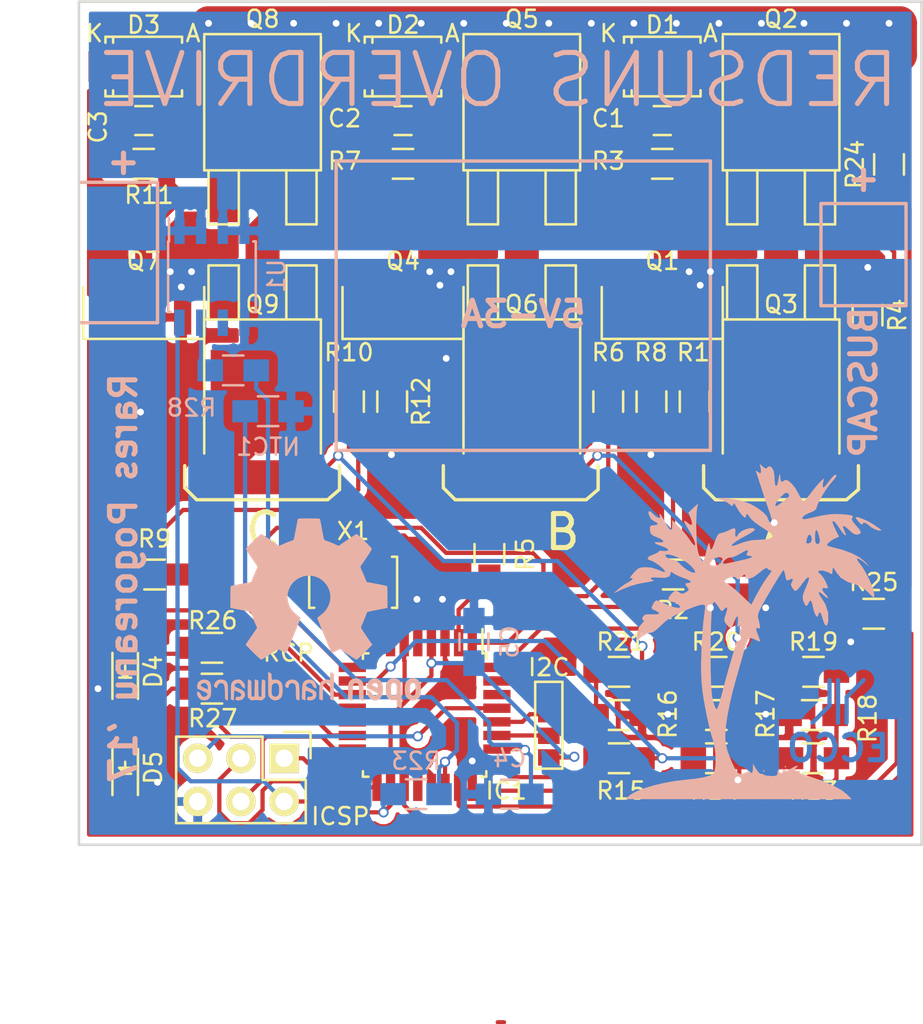
<source format=kicad_pcb>
(kicad_pcb (version 4) (host pcbnew 4.0.7-e2-6376~58~ubuntu16.04.1)
  (layers (0 F.Cu signal) (31 B.Cu signal) (34 B.Paste user) (35 F.Paste user) (36 B.SilkS user) (37 F.SilkS user) (38 B.Mask user) (39 F.Mask user) (44 Edge.Cuts user))
  (net 0 "")
  (net 1 +BATT)
  (net 2 GND)
  (net 3 "Net-(Q1-Pad1)")
  (net 4 "Net-(Q4-Pad1)")
  (net 5 "Net-(Q7-Pad1)")
  (net 6 PHASE_A)
  (net 7 /3PHASE/BOOST_A)
  (net 8 PHASE_B)
  (net 9 /3PHASE/BOOST_B)
  (net 10 PHASE_C)
  (net 11 /3PHASE/BOOST_C)
  (net 12 /3PHASE/GATE_HA)
  (net 13 /3PHASE/GATE_LA)
  (net 14 /3PHASE/GATE_HB)
  (net 15 /3PHASE/GATE_LB)
  (net 16 /3PHASE/GATE_HC)
  (net 17 /3PHASE/GATE_LC)
  (net 18 +5V)
  (net 19 "Net-(IC1-Pad7)")
  (net 20 "Net-(IC1-Pad8)")
  (net 21 /uC/RCP)
  (net 22 /uC/MISO)
  (net 23 /uC/SCK)
  (net 24 /uC/TEMP)
  (net 25 "Net-(IC1-Pad20)")
  (net 26 /uC/VOLT)
  (net 27 /uC/GLED)
  (net 28 /uC/RLED)
  (net 29 /uC/SDA)
  (net 30 /uC/SCL)
  (net 31 /uC/RX)
  (net 32 /uC/TX)
  (net 33 PWM_LA)
  (net 34 PWM_LB)
  (net 35 PWM_LC)
  (net 36 CENTER)
  (net 37 MUX_C)
  (net 38 PWM_HC)
  (net 39 PWM_HB)
  (net 40 MUX_A)
  (net 41 MUX_B)
  (net 42 PWM_HA)
  (net 43 /uC/RST)
  (net 44 /uC/AMP)
  (net 45 "Net-(D4-Pad2)")
  (net 46 "Net-(D5-Pad2)")
  (net 47 "Net-(R28-Pad2)")
  (net 48 "Net-(U1-Pad6)")
  (net 49 /uC/RAW)
  (net 50 "Net-(C5-Pad1)")
  (module Connect:GS3 (layer F.Cu) (at 83.5 82.5)
    (fp_text reference I2C (at 0 -2.75 180) (layer F.SilkS))
    (fp_text value GS3)
    (pad 1 smd rect (at 0 -1.27) (size 1.27 0.9652) (layers F.Cu F.Paste F.Mask) (net 2 GND))
    (pad 2 smd rect (at 0 0) (size 1.27 0.9652) (layers F.Cu F.Paste F.Mask) (net 30 /uC/SCL))
    (pad 4 smd rect (at 0 2.54) (size 1.27 0.9652) (layers F.Cu F.Paste F.Mask) (net 18 +5V))
    (pad 3 smd rect (at 0 1.27) (size 1.27 0.9652) (layers F.Cu F.Paste F.Mask) (net 29 /uC/SDA))
  )
  (module Crystals:Resonator_7.2x3mm (layer F.Cu) (at 72 74.75 180)
    (fp_text reference X1 (at 0 3 180) (layer F.SilkS))
    (fp_text value CRYSTAL_SMD)
    (pad 1 smd rect (at -1.5 0 180) (size 0.7 4.1) (layers F.Cu F.Paste F.Mask) (net 19 "Net-(IC1-Pad7)"))
    (pad 3 smd rect (at 0 0 180) (size 1 4.1) (layers F.Cu F.Paste F.Mask) (net 2 GND))
    (pad 2 smd rect (at 1.5 0 180) (size 0.7 4.1) (layers F.Cu F.Paste F.Mask) (net 20 "Net-(IC1-Pad8)"))
  )
  (module TO_SOT_Packages_SMD:SOT-223 (layer F.Cu) (at 59.69 55.88)
    (fp_text reference Q7 (at 0 0) (layer F.SilkS))
    (fp_text value BCP54)
    (pad 2 smd rect (at 0 3.302) (size 1.016 2.032) (layers F.Cu F.Paste F.Mask) (net 16 /3PHASE/GATE_HC))
    (pad 3 smd rect (at 2.286 3.302) (size 1.016 2.032) (layers F.Cu F.Paste F.Mask) (net 2 GND))
    (pad 1 smd rect (at -2.286 3.302) (size 1.016 2.032) (layers F.Cu F.Paste F.Mask) (net 5 "Net-(Q7-Pad1)"))
  )
  (module Housings_SOIC:SOIC-8_3.9x4.9mm_Pitch1.27mm (layer B.Cu) (at 63.7 56.8 270)
    (fp_text reference U1 (at -0.05 -3.8 270) (layer B.SilkS) (effects (justify mirror)))
    (fp_text value ACS7XX12)
    (pad 1 smd rect (at -2.7 1.905 270) (size 1.55 0.6) (layers B.Cu B.Paste B.Mask) (net 49 /uC/RAW))
    (pad 2 smd rect (at -2.7 0.635 270) (size 1.55 0.6) (layers B.Cu B.Paste B.Mask) (net 49 /uC/RAW))
    (pad 3 smd rect (at -2.7 -0.635 270) (size 1.55 0.6) (layers B.Cu B.Paste B.Mask) (net 1 +BATT))
    (pad 4 smd rect (at -2.7 -1.905 270) (size 1.55 0.6) (layers B.Cu B.Paste B.Mask) (net 1 +BATT))
    (pad 5 smd rect (at 2.7 -1.905 270) (size 1.55 0.6) (layers B.Cu B.Paste B.Mask) (net 2 GND))
    (pad 6 smd rect (at 2.7 -0.635 270) (size 1.55 0.6) (layers B.Cu B.Paste B.Mask) (net 48 "Net-(U1-Pad6)"))
    (pad 7 smd rect (at 2.7 0.635 270) (size 1.55 0.6) (layers B.Cu B.Paste B.Mask) (net 47 "Net-(R28-Pad2)"))
    (pad 8 smd rect (at 2.7 1.905 270) (size 1.55 0.6) (layers B.Cu B.Paste B.Mask) (net 18 +5V))
  )
  (module Housings_QFP:TQFP-32_7x7mm_Pitch0.8mm (layer F.Cu) (at 76.2 82.55 270)
    (fp_text reference IC1 (at 4.45 -4.8 360) (layer F.SilkS))
    (fp_text value ATMEGA8-AI)
    (pad 1 smd rect (at -4.25 -2.8 270) (size 1.6 0.55) (layers F.Cu F.Paste F.Mask) (net 33 PWM_LA))
    (pad 2 smd rect (at -4.25 -2 270) (size 1.6 0.55) (layers F.Cu F.Paste F.Mask) (net 39 PWM_HB))
    (pad 3 smd rect (at -4.25 -1.2 270) (size 1.6 0.55) (layers F.Cu F.Paste F.Mask) (net 2 GND))
    (pad 4 smd rect (at -4.25 -0.4 270) (size 1.6 0.55) (layers F.Cu F.Paste F.Mask) (net 18 +5V))
    (pad 5 smd rect (at -4.25 0.4 270) (size 1.6 0.55) (layers F.Cu F.Paste F.Mask) (net 2 GND))
    (pad 6 smd rect (at -4.25 1.2 270) (size 1.6 0.55) (layers F.Cu F.Paste F.Mask) (net 18 +5V))
    (pad 7 smd rect (at -4.25 2 270) (size 1.6 0.55) (layers F.Cu F.Paste F.Mask) (net 19 "Net-(IC1-Pad7)"))
    (pad 8 smd rect (at -4.25 2.8 270) (size 1.6 0.55) (layers F.Cu F.Paste F.Mask) (net 20 "Net-(IC1-Pad8)"))
    (pad 9 smd rect (at -2.8 4.25) (size 1.6 0.55) (layers F.Cu F.Paste F.Mask) (net 34 PWM_LB))
    (pad 10 smd rect (at -2 4.25) (size 1.6 0.55) (layers F.Cu F.Paste F.Mask) (net 36 CENTER))
    (pad 11 smd rect (at -1.2 4.25) (size 1.6 0.55) (layers F.Cu F.Paste F.Mask) (net 38 PWM_HC))
    (pad 12 smd rect (at -0.4 4.25) (size 1.6 0.55) (layers F.Cu F.Paste F.Mask) (net 21 /uC/RCP))
    (pad 13 smd rect (at 0.4 4.25) (size 1.6 0.55) (layers F.Cu F.Paste F.Mask) (net 28 /uC/RLED))
    (pad 14 smd rect (at 1.2 4.25) (size 1.6 0.55) (layers F.Cu F.Paste F.Mask) (net 27 /uC/GLED))
    (pad 15 smd rect (at 2 4.25) (size 1.6 0.55) (layers F.Cu F.Paste F.Mask) (net 35 PWM_LC))
    (pad 16 smd rect (at 2.8 4.25) (size 1.6 0.55) (layers F.Cu F.Paste F.Mask) (net 22 /uC/MISO))
    (pad 17 smd rect (at 4.25 2.8 270) (size 1.6 0.55) (layers F.Cu F.Paste F.Mask) (net 23 /uC/SCK))
    (pad 18 smd rect (at 4.25 2 270) (size 1.6 0.55) (layers F.Cu F.Paste F.Mask) (net 18 +5V))
    (pad 19 smd rect (at 4.25 1.2 270) (size 1.6 0.55) (layers F.Cu F.Paste F.Mask) (net 26 /uC/VOLT))
    (pad 20 smd rect (at 4.25 0.4 270) (size 1.6 0.55) (layers F.Cu F.Paste F.Mask) (net 25 "Net-(IC1-Pad20)"))
    (pad 21 smd rect (at 4.25 -0.4 270) (size 1.6 0.55) (layers F.Cu F.Paste F.Mask) (net 2 GND))
    (pad 22 smd rect (at 4.25 -1.2 270) (size 1.6 0.55) (layers F.Cu F.Paste F.Mask) (net 24 /uC/TEMP))
    (pad 23 smd rect (at 4.25 -2 270) (size 1.6 0.55) (layers F.Cu F.Paste F.Mask) (net 40 MUX_A))
    (pad 24 smd rect (at 4.25 -2.8 270) (size 1.6 0.55) (layers F.Cu F.Paste F.Mask) (net 41 MUX_B))
    (pad 25 smd rect (at 2.8 -4.25) (size 1.6 0.55) (layers F.Cu F.Paste F.Mask) (net 37 MUX_C))
    (pad 26 smd rect (at 2 -4.25) (size 1.6 0.55) (layers F.Cu F.Paste F.Mask) (net 44 /uC/AMP))
    (pad 27 smd rect (at 1.2 -4.25) (size 1.6 0.55) (layers F.Cu F.Paste F.Mask) (net 29 /uC/SDA))
    (pad 28 smd rect (at 0.4 -4.25) (size 1.6 0.55) (layers F.Cu F.Paste F.Mask) (net 30 /uC/SCL))
    (pad 29 smd rect (at -0.4 -4.25) (size 1.6 0.55) (layers F.Cu F.Paste F.Mask) (net 43 /uC/RST))
    (pad 30 smd rect (at -1.2 -4.25) (size 1.6 0.55) (layers F.Cu F.Paste F.Mask) (net 31 /uC/RX))
    (pad 31 smd rect (at -2 -4.25) (size 1.6 0.55) (layers F.Cu F.Paste F.Mask) (net 32 /uC/TX))
    (pad 32 smd rect (at -2.8 -4.25) (size 1.6 0.55) (layers F.Cu F.Paste F.Mask) (net 42 PWM_HA))
  )
  (module Resistors_SMD:R_0805_HandSoldering (layer F.Cu) (at 63.7 78.6 180)
    (fp_text reference R26 (at -0.05 1.6 180) (layer F.SilkS))
    (fp_text value 4.7K)
    (pad 1 smd rect (at -1.35 0 180) (size 1.5 1.3) (layers F.Cu F.Paste F.Mask) (net 28 /uC/RLED))
    (pad 2 smd rect (at 1.35 0 180) (size 1.5 1.3) (layers F.Cu F.Paste F.Mask) (net 45 "Net-(D4-Pad2)"))
  )
  (module TO_SOT_Packages_SMD:TO-252-2Lead (layer F.Cu) (at 97.155 57.785 180)
    (fp_text reference Q3 (at 0 -0.635 180) (layer F.SilkS))
    (fp_text value AOD444)
    (pad 1 smd rect (at -2.286 0 180) (size 1.651 3.048) (layers F.Cu F.Paste F.Mask) (net 13 /3PHASE/GATE_LA))
    (pad 2 smd rect (at 0 -6.35 180) (size 6.096 6.096) (layers F.Cu F.Paste F.Mask) (net 6 PHASE_A))
    (pad 3 smd rect (at 2.286 0 180) (size 1.651 3.048) (layers F.Cu F.Paste F.Mask) (net 2 GND))
  )
  (module TO_SOT_Packages_SMD:TO-252-2Lead (layer F.Cu) (at 81.915 57.785 180)
    (fp_text reference Q6 (at 0 -0.635 180) (layer F.SilkS))
    (fp_text value AOD444)
    (pad 1 smd rect (at -2.286 0 180) (size 1.651 3.048) (layers F.Cu F.Paste F.Mask) (net 15 /3PHASE/GATE_LB))
    (pad 2 smd rect (at 0 -6.35 180) (size 6.096 6.096) (layers F.Cu F.Paste F.Mask) (net 8 PHASE_B))
    (pad 3 smd rect (at 2.286 0 180) (size 1.651 3.048) (layers F.Cu F.Paste F.Mask) (net 2 GND))
  )
  (module TO_SOT_Packages_SMD:TO-252-2Lead (layer F.Cu) (at 66.675 57.785 180)
    (fp_text reference Q9 (at 0 -0.635 180) (layer F.SilkS))
    (fp_text value AOD444)
    (pad 1 smd rect (at -2.286 0 180) (size 1.651 3.048) (layers F.Cu F.Paste F.Mask) (net 17 /3PHASE/GATE_LC))
    (pad 2 smd rect (at 0 -6.35 180) (size 6.096 6.096) (layers F.Cu F.Paste F.Mask) (net 10 PHASE_C))
    (pad 3 smd rect (at 2.286 0 180) (size 1.651 3.048) (layers F.Cu F.Paste F.Mask) (net 2 GND))
  )
  (module Diodes_SMD:SMA_Standard (layer F.Cu) (at 59.69 44.45)
    (fp_text reference D3 (at 0 -2.45) (layer F.SilkS))
    (fp_text value D)
    (fp_text user K (at -2.9 -1.95) (layer F.SilkS))
    (fp_text user A (at 2.9 -1.95) (layer F.SilkS))
    (pad 1 smd rect (at -1.99898 0) (size 2.49936 1.80086) (layers F.Cu F.Paste F.Mask) (net 11 /3PHASE/BOOST_C))
    (pad 2 smd rect (at 1.99898 0) (size 2.49936 1.80086) (layers F.Cu F.Paste F.Mask) (net 1 +BATT))
  )
  (module Capacitors_SMD:C_0805_HandSoldering (layer F.Cu) (at 59.69 47.625 180)
    (fp_text reference C3 (at 2.69 -0.375 270) (layer F.SilkS))
    (fp_text value 1uF)
    (pad 1 smd rect (at -1.25 0 180) (size 1.5 1.25) (layers F.Cu F.Paste F.Mask) (net 10 PHASE_C))
    (pad 2 smd rect (at 1.25 0 180) (size 1.5 1.25) (layers F.Cu F.Paste F.Mask) (net 11 /3PHASE/BOOST_C))
  )
  (module Resistors_SMD:R_0805_HandSoldering (layer F.Cu) (at 59.69 50.165 180)
    (fp_text reference R11 (at -0.31 -1.835 180) (layer F.SilkS))
    (fp_text value 3.3K)
    (pad 1 smd rect (at -1.35 0 180) (size 1.5 1.3) (layers F.Cu F.Paste F.Mask) (net 16 /3PHASE/GATE_HC))
    (pad 2 smd rect (at 1.35 0 180) (size 1.5 1.3) (layers F.Cu F.Paste F.Mask) (net 11 /3PHASE/BOOST_C))
  )
  (module TO_SOT_Packages_SMD:TO-252-2Lead (layer F.Cu) (at 66.675 52.07)
    (fp_text reference Q8 (at 0 -10.414) (layer F.SilkS))
    (fp_text value AOD444)
    (pad 1 smd rect (at -2.286 0) (size 1.651 3.048) (layers F.Cu F.Paste F.Mask) (net 16 /3PHASE/GATE_HC))
    (pad 2 smd rect (at 0 -6.35) (size 6.096 6.096) (layers F.Cu F.Paste F.Mask) (net 1 +BATT))
    (pad 3 smd rect (at 2.286 0) (size 1.651 3.048) (layers F.Cu F.Paste F.Mask) (net 10 PHASE_C))
  )
  (module Resistors_SMD:R_0805_HandSoldering (layer F.Cu) (at 71.755 64.135 270)
    (fp_text reference R10 (at -2.885 0.005 360) (layer F.SilkS))
    (fp_text value 100)
    (pad 1 smd rect (at -1.35 0 270) (size 1.5 1.3) (layers F.Cu F.Paste F.Mask) (net 17 /3PHASE/GATE_LC))
    (pad 2 smd rect (at 1.35 0 270) (size 1.5 1.3) (layers F.Cu F.Paste F.Mask) (net 35 PWM_LC))
  )
  (module Resistors_SMD:R_0805_HandSoldering (layer F.Cu) (at 60.325 74.295)
    (fp_text reference R9 (at 0 -2.1) (layer F.SilkS))
    (fp_text value 4.7K)
    (pad 1 smd rect (at -1.35 0) (size 1.5 1.3) (layers F.Cu F.Paste F.Mask) (net 5 "Net-(Q7-Pad1)"))
    (pad 2 smd rect (at 1.35 0) (size 1.5 1.3) (layers F.Cu F.Paste F.Mask) (net 38 PWM_HC))
  )
  (module Resistors_SMD:R_0805_HandSoldering (layer F.Cu) (at 74.295 64.135 90)
    (fp_text reference R12 (at 0 1.705 90) (layer F.SilkS))
    (fp_text value 10K)
    (pad 1 smd rect (at -1.35 0 90) (size 1.5 1.3) (layers F.Cu F.Paste F.Mask) (net 2 GND))
    (pad 2 smd rect (at 1.35 0 90) (size 1.5 1.3) (layers F.Cu F.Paste F.Mask) (net 17 /3PHASE/GATE_LC))
  )
  (module Diodes_SMD:SMA_Standard (layer F.Cu) (at 74.93 44.45)
    (fp_text reference D2 (at 0 -2.45) (layer F.SilkS))
    (fp_text value D)
    (fp_text user K (at -2.9 -1.95) (layer F.SilkS))
    (fp_text user A (at 2.9 -1.95) (layer F.SilkS))
    (pad 1 smd rect (at -1.99898 0) (size 2.49936 1.80086) (layers F.Cu F.Paste F.Mask) (net 9 /3PHASE/BOOST_B))
    (pad 2 smd rect (at 1.99898 0) (size 2.49936 1.80086) (layers F.Cu F.Paste F.Mask) (net 1 +BATT))
  )
  (module Capacitors_SMD:C_0805_HandSoldering (layer F.Cu) (at 74.93 47.625 180)
    (fp_text reference C2 (at 3.43 0.125 180) (layer F.SilkS))
    (fp_text value 1uF)
    (pad 1 smd rect (at -1.25 0 180) (size 1.5 1.25) (layers F.Cu F.Paste F.Mask) (net 8 PHASE_B))
    (pad 2 smd rect (at 1.25 0 180) (size 1.5 1.25) (layers F.Cu F.Paste F.Mask) (net 9 /3PHASE/BOOST_B))
  )
  (module Resistors_SMD:R_0805_HandSoldering (layer F.Cu) (at 74.93 50.165 180)
    (fp_text reference R7 (at 3.43 0.165 180) (layer F.SilkS))
    (fp_text value 3.3K)
    (pad 1 smd rect (at -1.35 0 180) (size 1.5 1.3) (layers F.Cu F.Paste F.Mask) (net 14 /3PHASE/GATE_HB))
    (pad 2 smd rect (at 1.35 0 180) (size 1.5 1.3) (layers F.Cu F.Paste F.Mask) (net 9 /3PHASE/BOOST_B))
  )
  (module TO_SOT_Packages_SMD:TO-252-2Lead (layer F.Cu) (at 81.915 52.07)
    (fp_text reference Q5 (at 0 -10.414) (layer F.SilkS))
    (fp_text value AOD444)
    (pad 1 smd rect (at -2.286 0) (size 1.651 3.048) (layers F.Cu F.Paste F.Mask) (net 14 /3PHASE/GATE_HB))
    (pad 2 smd rect (at 0 -6.35) (size 6.096 6.096) (layers F.Cu F.Paste F.Mask) (net 1 +BATT))
    (pad 3 smd rect (at 2.286 0) (size 1.651 3.048) (layers F.Cu F.Paste F.Mask) (net 8 PHASE_B))
  )
  (module TO_SOT_Packages_SMD:SOT-223 (layer F.Cu) (at 74.93 55.88)
    (fp_text reference Q4 (at 0 0) (layer F.SilkS))
    (fp_text value BCP54)
    (pad 2 smd rect (at 0 3.302) (size 1.016 2.032) (layers F.Cu F.Paste F.Mask) (net 14 /3PHASE/GATE_HB))
    (pad 3 smd rect (at 2.286 3.302) (size 1.016 2.032) (layers F.Cu F.Paste F.Mask) (net 2 GND))
    (pad 1 smd rect (at -2.286 3.302) (size 1.016 2.032) (layers F.Cu F.Paste F.Mask) (net 4 "Net-(Q4-Pad1)"))
  )
  (module Resistors_SMD:R_0805_HandSoldering (layer F.Cu) (at 86.995 64.135 270)
    (fp_text reference R6 (at -2.885 -0.005 360) (layer F.SilkS))
    (fp_text value 100)
    (pad 1 smd rect (at -1.35 0 270) (size 1.5 1.3) (layers F.Cu F.Paste F.Mask) (net 15 /3PHASE/GATE_LB))
    (pad 2 smd rect (at 1.35 0 270) (size 1.5 1.3) (layers F.Cu F.Paste F.Mask) (net 34 PWM_LB))
  )
  (module Resistors_SMD:R_0805_HandSoldering (layer F.Cu) (at 80.01 73.105 270)
    (fp_text reference R5 (at 0 -2.1 270) (layer F.SilkS))
    (fp_text value 4.7K)
    (pad 1 smd rect (at -1.35 0 270) (size 1.5 1.3) (layers F.Cu F.Paste F.Mask) (net 4 "Net-(Q4-Pad1)"))
    (pad 2 smd rect (at 1.35 0 270) (size 1.5 1.3) (layers F.Cu F.Paste F.Mask) (net 39 PWM_HB))
  )
  (module Resistors_SMD:R_0805_HandSoldering (layer F.Cu) (at 89.535 64.135 90)
    (fp_text reference R8 (at 2.885 -0.035 180) (layer F.SilkS))
    (fp_text value 10K)
    (pad 1 smd rect (at -1.35 0 90) (size 1.5 1.3) (layers F.Cu F.Paste F.Mask) (net 2 GND))
    (pad 2 smd rect (at 1.35 0 90) (size 1.5 1.3) (layers F.Cu F.Paste F.Mask) (net 15 /3PHASE/GATE_LB))
  )
  (module TO_SOT_Packages_SMD:SOT-223 (layer F.Cu) (at 90.17 55.88)
    (fp_text reference Q1 (at 0 0) (layer F.SilkS))
    (fp_text value BCP54)
    (pad 2 smd rect (at 0 3.302) (size 1.016 2.032) (layers F.Cu F.Paste F.Mask) (net 12 /3PHASE/GATE_HA))
    (pad 3 smd rect (at 2.286 3.302) (size 1.016 2.032) (layers F.Cu F.Paste F.Mask) (net 2 GND))
    (pad 1 smd rect (at -2.286 3.302) (size 1.016 2.032) (layers F.Cu F.Paste F.Mask) (net 3 "Net-(Q1-Pad1)"))
  )
  (module Capacitors_SMD:C_0805_HandSoldering (layer F.Cu) (at 90.17 47.625 180)
    (fp_text reference C1 (at 3.17 0.125 180) (layer F.SilkS))
    (fp_text value 1uF)
    (pad 1 smd rect (at -1.25 0 180) (size 1.5 1.25) (layers F.Cu F.Paste F.Mask) (net 6 PHASE_A))
    (pad 2 smd rect (at 1.25 0 180) (size 1.5 1.25) (layers F.Cu F.Paste F.Mask) (net 7 /3PHASE/BOOST_A))
  )
  (module TO_SOT_Packages_SMD:TO-252-2Lead (layer F.Cu) (at 97.155 52.07)
    (fp_text reference Q2 (at 0 -10.414) (layer F.SilkS))
    (fp_text value AOD444)
    (pad 1 smd rect (at -2.286 0) (size 1.651 3.048) (layers F.Cu F.Paste F.Mask) (net 12 /3PHASE/GATE_HA))
    (pad 2 smd rect (at 0 -6.35) (size 6.096 6.096) (layers F.Cu F.Paste F.Mask) (net 1 +BATT))
    (pad 3 smd rect (at 2.286 0) (size 1.651 3.048) (layers F.Cu F.Paste F.Mask) (net 6 PHASE_A))
  )
  (module Resistors_SMD:R_0805_HandSoldering (layer F.Cu) (at 92.075 64.135 270)
    (fp_text reference R1 (at -2.885 0.075 360) (layer F.SilkS))
    (fp_text value 4.7K)
    (pad 1 smd rect (at -1.35 0 270) (size 1.5 1.3) (layers F.Cu F.Paste F.Mask) (net 3 "Net-(Q1-Pad1)"))
    (pad 2 smd rect (at 1.35 0 270) (size 1.5 1.3) (layers F.Cu F.Paste F.Mask) (net 42 PWM_HA))
  )
  (module Resistors_SMD:R_0805_HandSoldering (layer F.Cu) (at 90.805 74.295 180)
    (fp_text reference R2 (at 0 -2.1 180) (layer F.SilkS))
    (fp_text value 100)
    (pad 1 smd rect (at -1.35 0 180) (size 1.5 1.3) (layers F.Cu F.Paste F.Mask) (net 13 /3PHASE/GATE_LA))
    (pad 2 smd rect (at 1.35 0 180) (size 1.5 1.3) (layers F.Cu F.Paste F.Mask) (net 33 PWM_LA))
  )
  (module Resistors_SMD:R_0805_HandSoldering (layer F.Cu) (at 90.17 50.165 180)
    (fp_text reference R3 (at 3.17 0.165 180) (layer F.SilkS))
    (fp_text value 3.3K)
    (pad 1 smd rect (at -1.35 0 180) (size 1.5 1.3) (layers F.Cu F.Paste F.Mask) (net 12 /3PHASE/GATE_HA))
    (pad 2 smd rect (at 1.35 0 180) (size 1.5 1.3) (layers F.Cu F.Paste F.Mask) (net 7 /3PHASE/BOOST_A))
  )
  (module Resistors_SMD:R_0805_HandSoldering (layer F.Cu) (at 102.235 59.055 270)
    (fp_text reference R4 (at 0 -1.765 270) (layer F.SilkS))
    (fp_text value 10K)
    (pad 1 smd rect (at -1.35 0 270) (size 1.5 1.3) (layers F.Cu F.Paste F.Mask) (net 2 GND))
    (pad 2 smd rect (at 1.35 0 270) (size 1.5 1.3) (layers F.Cu F.Paste F.Mask) (net 13 /3PHASE/GATE_LA))
  )
  (module Diodes_SMD:SMA_Standard (layer F.Cu) (at 90.17 44.45)
    (fp_text reference D1 (at 0 -2.45) (layer F.SilkS))
    (fp_text value D)
    (fp_text user K (at -3.17 -1.95) (layer F.SilkS))
    (fp_text user A (at 2.83 -1.95) (layer F.SilkS))
    (pad 1 smd rect (at -1.99898 0) (size 2.49936 1.80086) (layers F.Cu F.Paste F.Mask) (net 7 /3PHASE/BOOST_A))
    (pad 2 smd rect (at 1.99898 0) (size 2.49936 1.80086) (layers F.Cu F.Paste F.Mask) (net 1 +BATT))
  )
  (module Resistors_SMD:R_0805_HandSoldering (layer F.Cu) (at 99.06 85.09 180)
    (fp_text reference R13 (at 0 -1.91 180) (layer F.SilkS))
    (fp_text value 47K)
    (pad 1 smd rect (at -1.35 0 180) (size 1.5 1.3) (layers F.Cu F.Paste F.Mask) (net 40 MUX_A))
    (pad 2 smd rect (at 1.35 0 180) (size 1.5 1.3) (layers F.Cu F.Paste F.Mask) (net 36 CENTER))
  )
  (module Resistors_SMD:R_0805_HandSoldering (layer F.Cu) (at 93.345 85.09)
    (fp_text reference R14 (at -0.095 1.91) (layer F.SilkS))
    (fp_text value 47K)
    (pad 1 smd rect (at -1.35 0) (size 1.5 1.3) (layers F.Cu F.Paste F.Mask) (net 41 MUX_B))
    (pad 2 smd rect (at 1.35 0) (size 1.5 1.3) (layers F.Cu F.Paste F.Mask) (net 36 CENTER))
  )
  (module Resistors_SMD:R_0805_HandSoldering (layer F.Cu) (at 87.63 85.09)
    (fp_text reference R15 (at 0.12 1.91) (layer F.SilkS))
    (fp_text value 47K)
    (pad 1 smd rect (at -1.35 0) (size 1.5 1.3) (layers F.Cu F.Paste F.Mask) (net 37 MUX_C))
    (pad 2 smd rect (at 1.35 0) (size 1.5 1.3) (layers F.Cu F.Paste F.Mask) (net 36 CENTER))
  )
  (module Resistors_SMD:R_0805_HandSoldering (layer F.Cu) (at 87.63 82.55)
    (fp_text reference R16 (at 2.87 -0.05 90) (layer F.SilkS))
    (fp_text value 4.7K)
    (pad 1 smd rect (at -1.35 0) (size 1.5 1.3) (layers F.Cu F.Paste F.Mask) (net 37 MUX_C))
    (pad 2 smd rect (at 1.35 0) (size 1.5 1.3) (layers F.Cu F.Paste F.Mask) (net 2 GND))
  )
  (module Resistors_SMD:R_0805_HandSoldering (layer F.Cu) (at 93.345 82.55)
    (fp_text reference R17 (at 2.905 -0.05 90) (layer F.SilkS))
    (fp_text value 4.7K)
    (pad 1 smd rect (at -1.35 0) (size 1.5 1.3) (layers F.Cu F.Paste F.Mask) (net 41 MUX_B))
    (pad 2 smd rect (at 1.35 0) (size 1.5 1.3) (layers F.Cu F.Paste F.Mask) (net 2 GND))
  )
  (module Resistors_SMD:R_0805_HandSoldering (layer F.Cu) (at 98.98 82.55 180)
    (fp_text reference R18 (at -3.27 -0.2 270) (layer F.SilkS))
    (fp_text value 4.7K)
    (pad 1 smd rect (at -1.35 0 180) (size 1.5 1.3) (layers F.Cu F.Paste F.Mask) (net 40 MUX_A))
    (pad 2 smd rect (at 1.35 0 180) (size 1.5 1.3) (layers F.Cu F.Paste F.Mask) (net 2 GND))
  )
  (module Resistors_SMD:R_0805_HandSoldering (layer F.Cu) (at 99.06 80.01)
    (fp_text reference R19 (at 0 -1.76) (layer F.SilkS))
    (fp_text value 47K)
    (pad 1 smd rect (at -1.35 0) (size 1.5 1.3) (layers F.Cu F.Paste F.Mask) (net 6 PHASE_A))
    (pad 2 smd rect (at 1.35 0) (size 1.5 1.3) (layers F.Cu F.Paste F.Mask) (net 40 MUX_A))
  )
  (module Resistors_SMD:R_0805_HandSoldering (layer F.Cu) (at 93.345 80.01 180)
    (fp_text reference R20 (at 0 1.76 180) (layer F.SilkS))
    (fp_text value 47K)
    (pad 1 smd rect (at -1.35 0 180) (size 1.5 1.3) (layers F.Cu F.Paste F.Mask) (net 8 PHASE_B))
    (pad 2 smd rect (at 1.35 0 180) (size 1.5 1.3) (layers F.Cu F.Paste F.Mask) (net 41 MUX_B))
  )
  (module Resistors_SMD:R_0805_HandSoldering (layer F.Cu) (at 87.63 80.01 180)
    (fp_text reference R21 (at -0.12 1.76 180) (layer F.SilkS))
    (fp_text value 47K)
    (pad 1 smd rect (at -1.35 0 180) (size 1.5 1.3) (layers F.Cu F.Paste F.Mask) (net 10 PHASE_C))
    (pad 2 smd rect (at 1.35 0 180) (size 1.5 1.3) (layers F.Cu F.Paste F.Mask) (net 37 MUX_C))
  )
  (module LEDs:LED_0805 (layer F.Cu) (at 58.6 80 90)
    (fp_text reference D4 (at 0 1.65 90) (layer F.SilkS))
    (fp_text value LED)
    (pad 2 smd rect (at 1.04902 0 270) (size 1.19888 1.19888) (layers F.Cu F.Paste F.Mask) (net 45 "Net-(D4-Pad2)"))
    (pad 1 smd rect (at -1.04902 0 270) (size 1.19888 1.19888) (layers F.Cu F.Paste F.Mask) (net 2 GND))
  )
  (module LEDs:LED_0805 (layer F.Cu) (at 58.6 85.64902 90)
    (fp_text reference D5 (at 0 1.65 90) (layer F.SilkS))
    (fp_text value LED)
    (pad 2 smd rect (at 1.04902 0 270) (size 1.19888 1.19888) (layers F.Cu F.Paste F.Mask) (net 46 "Net-(D5-Pad2)"))
    (pad 1 smd rect (at -1.04902 0 270) (size 1.19888 1.19888) (layers F.Cu F.Paste F.Mask) (net 2 GND))
  )
  (module Resistors_SMD:R_0805_HandSoldering (layer B.Cu) (at 67 64.7)
    (fp_text reference NTC1 (at 0 2.1) (layer B.SilkS) (effects (justify mirror)))
    (fp_text value 10K)
    (pad 1 smd rect (at -1.35 0) (size 1.5 1.3) (layers B.Cu B.Paste B.Mask) (net 24 /uC/TEMP))
    (pad 2 smd rect (at 1.35 0) (size 1.5 1.3) (layers B.Cu B.Paste B.Mask) (net 2 GND))
  )
  (module Resistors_SMD:R_0805_HandSoldering (layer B.Cu) (at 75.7 87.2)
    (fp_text reference R23 (at 0 -1.95) (layer B.SilkS) (effects (justify mirror)))
    (fp_text value 3.3K)
    (pad 1 smd rect (at -1.35 0) (size 1.5 1.3) (layers B.Cu B.Paste B.Mask) (net 18 +5V))
    (pad 2 smd rect (at 1.35 0) (size 1.5 1.3) (layers B.Cu B.Paste B.Mask) (net 24 /uC/TEMP))
  )
  (module Resistors_SMD:R_0805_HandSoldering (layer F.Cu) (at 103.5 50.2 270)
    (fp_text reference R24 (at 0 2 270) (layer F.SilkS))
    (fp_text value 18K)
    (pad 1 smd rect (at -1.35 0 270) (size 1.5 1.3) (layers F.Cu F.Paste F.Mask) (net 1 +BATT))
    (pad 2 smd rect (at 1.35 0 270) (size 1.5 1.3) (layers F.Cu F.Paste F.Mask) (net 26 /uC/VOLT))
  )
  (module Resistors_SMD:R_0805_HandSoldering (layer F.Cu) (at 102.6 76.6 180)
    (fp_text reference R25 (at 0 1.85 180) (layer F.SilkS))
    (fp_text value 3.3K)
    (pad 1 smd rect (at -1.35 0 180) (size 1.5 1.3) (layers F.Cu F.Paste F.Mask) (net 26 /uC/VOLT))
    (pad 2 smd rect (at 1.35 0 180) (size 1.5 1.3) (layers F.Cu F.Paste F.Mask) (net 2 GND))
  )
  (module Resistors_SMD:R_0805_HandSoldering (layer F.Cu) (at 63.7 81 180)
    (fp_text reference R27 (at -0.05 -1.75 180) (layer F.SilkS))
    (fp_text value 4.7K)
    (pad 1 smd rect (at -1.35 0 180) (size 1.5 1.3) (layers F.Cu F.Paste F.Mask) (net 27 /uC/GLED))
    (pad 2 smd rect (at 1.35 0 180) (size 1.5 1.3) (layers F.Cu F.Paste F.Mask) (net 46 "Net-(D5-Pad2)"))
  )
  (module Pin_Headers:Pin_Header_Straight_2x03 (layer F.Cu) (at 67.945 85.09 270)
    (fp_text reference ICSP (at 3.41 -3.305 360) (layer F.SilkS))
    (fp_text value CONN_02X03)
    (pad 1 thru_hole rect (at 0 0 270) (size 1.7272 1.7272) (drill 1.016) (layers *.Cu *.Mask F.SilkS) (net 22 /uC/MISO))
    (pad 2 thru_hole oval (at 2.54 0 270) (size 1.7272 1.7272) (drill 1.016) (layers *.Cu *.Mask F.SilkS) (net 18 +5V))
    (pad 3 thru_hole oval (at 0 2.54 270) (size 1.7272 1.7272) (drill 1.016) (layers *.Cu *.Mask F.SilkS) (net 23 /uC/SCK))
    (pad 4 thru_hole oval (at 2.54 2.54 270) (size 1.7272 1.7272) (drill 1.016) (layers *.Cu *.Mask F.SilkS) (net 35 PWM_LC))
    (pad 5 thru_hole oval (at 0 5.08 270) (size 1.7272 1.7272) (drill 1.016) (layers *.Cu *.Mask F.SilkS) (net 43 /uC/RST))
    (pad 6 thru_hole oval (at 2.54 5.08 270) (size 1.7272 1.7272) (drill 1.016) (layers *.Cu *.Mask F.SilkS) (net 2 GND))
  )
  (module Measurement_Points:Measurement_Point_Square-SMD-Pad_Small (layer F.Cu) (at 68.2 80.9)
    (fp_text reference RCP (at 0 -2) (layer F.SilkS))
    (fp_text value Measurement_Point_Square-SMD-Pad_Small)
    (pad 1 smd rect (at 0 0) (size 1.5 1.5) (layers F.Cu F.Mask) (net 21 /uC/RCP))
  )
  (module Capacitors_SMD:C_0805_HandSoldering (layer B.Cu) (at 81.2 87.2 180)
    (fp_text reference C4 (at 0 2.1 180) (layer B.SilkS) (effects (justify mirror)))
    (fp_text value 1uF)
    (pad 1 smd rect (at -1.25 0 180) (size 1.5 1.25) (layers B.Cu B.Paste B.Mask) (net 44 /uC/AMP))
    (pad 2 smd rect (at 1.25 0 180) (size 1.5 1.25) (layers B.Cu B.Paste B.Mask) (net 2 GND))
  )
  (module Resistors_SMD:R_0805_HandSoldering (layer B.Cu) (at 64.95 62.3 180)
    (fp_text reference R28 (at 2.45 -2.2 180) (layer B.SilkS) (effects (justify mirror)))
    (fp_text value 47k)
    (pad 1 smd rect (at -1.35 0 180) (size 1.5 1.3) (layers B.Cu B.Paste B.Mask) (net 44 /uC/AMP))
    (pad 2 smd rect (at 1.35 0 180) (size 1.5 1.3) (layers B.Cu B.Paste B.Mask) (net 47 "Net-(R28-Pad2)"))
  )
  (module Capacitors_SMD:C_0805_HandSoldering (layer B.Cu) (at 79.1 78.25 90)
    (fp_text reference C5 (at 0 2.1 90) (layer B.SilkS) (effects (justify mirror)))
    (fp_text value 0.1uF)
    (pad 1 smd rect (at -1.25 0 90) (size 1.5 1.25) (layers B.Cu B.Paste B.Mask) (net 50 "Net-(C5-Pad1)"))
    (pad 2 smd rect (at 1.25 0 90) (size 1.5 1.25) (layers B.Cu B.Paste B.Mask) (net 2 GND))
  )
  (module MAYO_kickd:palm (layer B.Cu) (at 95.25 77.5 180)
    (fp_text reference G*** hide)
    (fp_text value LOGO hide)
  )
  (module Symbols:OSHW-Logo2_14.6x12mm_SilkScreen (layer B.Cu) (at 69.4 76.55 180)
    (fp_text reference REF*** hide)
    (fp_text value OSHW-Logo2_14.6x12mm_SilkScreen hide)
  )
  (gr_line (start 60.5 51.25) (end 60.5 59.5) (layer B.SilkS) (width 0.2))
  (gr_line (start 56 51.25) (end 60.5 51.25) (layer B.SilkS) (width 0.2))
  (gr_text C (at 66.7 71.7) (layer F.SilkS) (effects (font (size 2 2) (thickness 0.3))))
  (gr_text B (at 84.3 71.8) (layer F.SilkS) (effects (font (size 2 2) (thickness 0.3))))
  (gr_text A (at 96.9 71.8) (layer F.SilkS) (effects (font (size 2 2) (thickness 0.3))))
  (gr_line (start 101.7 68) (end 101.7 67.9) (layer F.SilkS) (width 0.2))
  (gr_line (start 101.7 69.3) (end 101.7 68) (layer F.SilkS) (width 0.2))
  (gr_line (start 101 69.9) (end 101.7 69.3) (layer F.SilkS) (width 0.2))
  (gr_line (start 93.3 69.9) (end 101 69.9) (layer F.SilkS) (width 0.2))
  (gr_line (start 92.6 69.2) (end 93.3 69.9) (layer F.SilkS) (width 0.2))
  (gr_line (start 92.6 67.9) (end 92.6 69.2) (layer F.SilkS) (width 0.2))
  (gr_line (start 86.4 68) (end 86.4 67.9) (layer F.SilkS) (width 0.2))
  (gr_line (start 86.4 69.3) (end 86.4 68) (layer F.SilkS) (width 0.2))
  (gr_line (start 85.7 69.9) (end 86.4 69.3) (layer F.SilkS) (width 0.2))
  (gr_line (start 78 69.9) (end 85.7 69.9) (layer F.SilkS) (width 0.2))
  (gr_line (start 77.3 69.2) (end 78 69.9) (layer F.SilkS) (width 0.2))
  (gr_line (start 77.3 67.9) (end 77.3 69.2) (layer F.SilkS) (width 0.2))
  (gr_line (start 71.2 68) (end 71.2 67.9) (layer F.SilkS) (width 0.2))
  (gr_line (start 71.2 69.3) (end 71.2 68) (layer F.SilkS) (width 0.2))
  (gr_line (start 70.5 69.9) (end 71.2 69.3) (layer F.SilkS) (width 0.2))
  (gr_line (start 62.8 69.9) (end 70.5 69.9) (layer F.SilkS) (width 0.2))
  (gr_line (start 62.1 69.2) (end 62.8 69.9) (layer F.SilkS) (width 0.2))
  (gr_line (start 62.1 67.9) (end 62.1 69.2) (layer F.SilkS) (width 0.2))
  (gr_text ECCO (at 100.5 84.5) (layer B.Cu) (effects (font (size 1.5 1.5) (thickness 0.3)) (justify mirror)))
  (gr_text "Rares Pogoreanu '17" (at 58.5 74.5 90) (layer B.SilkS) (effects (font (size 1.5 1.5) (thickness 0.3)) (justify mirror)))
  (gr_text "REDSUNS OVERDRIVE" (at 80.5 45.25) (layer B.SilkS) (effects (font (size 3 3) (thickness 0.3)) (justify mirror)))
  (gr_text 5V-3A (at 82 59) (layer B.SilkS) (effects (font (size 1.5 1.5) (thickness 0.3)) (justify mirror)))
  (gr_line (start 71 67) (end 71 50) (layer B.SilkS) (width 0.2))
  (gr_line (start 93 67) (end 71 67) (layer B.SilkS) (width 0.2))
  (gr_line (start 93 50) (end 93 67) (layer B.SilkS) (width 0.2))
  (gr_line (start 71 50) (end 93 50) (layer B.SilkS) (width 0.2))
  (gr_line (start 60.5 59.5) (end 56 59.5) (layer B.SilkS) (width 0.2))
  (gr_text + (at 58.5 50) (layer B.SilkS) (effects (font (size 1.5 1.5) (thickness 0.3)) (justify mirror)))
  (gr_text + (at 102 51) (layer B.SilkS) (effects (font (size 1.5 1.5) (thickness 0.3)) (justify mirror)))
  (gr_line (start 99.5 52.5) (end 99.5 58.5) (layer B.SilkS) (width 0.2))
  (gr_line (start 104.5 52.5) (end 99.5 52.5) (layer B.SilkS) (width 0.2))
  (gr_line (start 104.5 53) (end 104.5 52.5) (layer B.SilkS) (width 0.2))
  (gr_line (start 104.5 58.5) (end 104.5 53) (layer B.SilkS) (width 0.2))
  (gr_line (start 99.5 58.5) (end 104.5 58.5) (layer B.SilkS) (width 0.2))
  (gr_text BUSCAP (at 102 63 90) (layer B.SilkS) (effects (font (size 1.5 1.5) (thickness 0.3)) (justify mirror)))
  (gr_line (start 55.88 90.17) (end 105.41 90.17) (angle 90) (layer Edge.Cuts) (width 0.15))
  (gr_line (start 55.88 40.64) (end 105.41 40.64) (angle 90) (layer Edge.Cuts) (width 0.15))
  (gr_line (start 55.88 90.17) (end 55.88 40.64) (angle 90) (layer Edge.Cuts) (width 0.15))
  (gr_line (start 105.41 40.64) (end 105.41 90.17) (angle 90) (layer Edge.Cuts) (width 0.15))
  (segment (start 101.00401 82.49599) (end 101.00401 83) (width 0.25) (layer B.Cu) (net 0))
  (segment (start 101.00802 81.49198) (end 101.00802 82.49198) (width 0.25) (layer B.Cu) (net 0))
  (segment (start 101.00802 82.49198) (end 101.00401 82.49599) (width 0.25) (layer B.Cu) (net 0))
  (segment (start 102 80.5) (end 101.00802 81.49198) (width 0.25) (layer B.Cu) (net 0))
  (segment (start 100.50401 82.208767) (end 100.50401 80.5) (width 0.25) (layer B.Cu) (net 0))
  (segment (start 100.5 83) (end 100.5 82.212777) (width 0.25) (layer B.Cu) (net 0))
  (segment (start 100.5 82.212777) (end 100.50401 82.208767) (width 0.25) (layer B.Cu) (net 0))
  (segment (start 100 82) (end 99 83) (width 0.25) (layer B.Cu) (net 0))
  (segment (start 100 80.5) (end 100 82) (width 0.25) (layer B.Cu) (net 0))
  (segment (start 80.5 100.6) (end 80.865999 100.6) (width 0.25) (layer F.Cu) (net 0))
  (via (at 101 41.91) (size 0.6) (drill 0.4) (layers F.Cu B.Cu) (net 0))
  (via (at 98.5 41.91) (size 0.6) (drill 0.4) (layers F.Cu B.Cu) (net 0))
  (via (at 96 41.91) (size 0.6) (drill 0.4) (layers F.Cu B.Cu) (net 0))
  (via (at 91 41.91) (size 0.6) (drill 0.4) (layers F.Cu B.Cu) (net 0))
  (via (at 86 41.91) (size 0.6) (drill 0.4) (layers F.Cu B.Cu) (net 0))
  (via (at 83.5 41.91) (size 0.6) (drill 0.4) (layers F.Cu B.Cu) (net 0))
  (via (at 81 41.91) (size 0.6) (drill 0.4) (layers F.Cu B.Cu) (net 0))
  (via (at 76 41.91) (size 0.6) (drill 0.4) (layers F.Cu B.Cu) (net 0))
  (via (at 68.5 41.91) (size 0.6) (drill 0.4) (layers F.Cu B.Cu) (net 0))
  (via (at 66 41.91) (size 0.6) (drill 0.4) (layers F.Cu B.Cu) (net 0))
  (via (at 103.5 41.91) (size 0.6) (drill 0.4) (layers F.Cu B.Cu) (net 1))
  (via (at 93.5 41.91) (size 0.6) (drill 0.4) (layers F.Cu B.Cu) (net 1))
  (via (at 88.5 41.91) (size 0.6) (drill 0.4) (layers F.Cu B.Cu) (net 1))
  (via (at 78.5 41.91) (size 0.6) (drill 0.4) (layers F.Cu B.Cu) (net 1))
  (via (at 73.5 41.91) (size 0.6) (drill 0.4) (layers F.Cu B.Cu) (net 1))
  (via (at 71 41.91) (size 0.6) (drill 0.4) (layers F.Cu B.Cu) (net 1))
  (via (at 63.5 41.91) (size 0.6) (drill 0.4) (layers F.Cu B.Cu) (net 1))
  (segment (start 103.5 48.85) (end 100.285 48.85) (width 0.25) (layer F.Cu) (net 1))
  (segment (start 100.285 48.85) (end 97.155 45.72) (width 0.25) (layer F.Cu) (net 1))
  (segment (start 61.68898 44.45) (end 65.405 44.45) (width 2) (layer F.Cu) (net 1))
  (segment (start 61.68898 44.45) (end 61.68898 43.72102) (width 2) (layer F.Cu) (net 1))
  (segment (start 74.38898 41.91) (end 76.92898 44.45) (width 2) (layer F.Cu) (net 1))
  (segment (start 97.155 45.72) (end 102.203 45.72) (width 2) (layer F.Cu) (net 1))
  (segment (start 102.203 45.72) (end 104.14 43.783) (width 2) (layer F.Cu) (net 1))
  (segment (start 104.14 43.783) (end 104.14 41.91) (width 2) (layer F.Cu) (net 1))
  (segment (start 93.345 41.91) (end 104.14 41.91) (width 2) (layer F.Cu) (net 1))
  (segment (start 70.485 41.91) (end 72.39 41.91) (width 2) (layer F.Cu) (net 1))
  (segment (start 72.39 41.91) (end 74.38898 41.91) (width 2) (layer F.Cu) (net 1))
  (segment (start 61.68898 43.72102) (end 63.5 41.91) (width 2) (layer F.Cu) (net 1))
  (segment (start 63.5 41.91) (end 63.5 41.91) (width 2) (layer F.Cu) (net 1))
  (segment (start 63.5 41.91) (end 72.39 41.91) (width 2) (layer F.Cu) (net 1))
  (segment (start 78.105 41.91) (end 88.9 41.91) (width 2) (layer F.Cu) (net 1))
  (segment (start 88.9 41.91) (end 93.345 41.91) (width 2) (layer F.Cu) (net 1))
  (segment (start 92.16898 44.45) (end 89.62898 41.91) (width 2) (layer F.Cu) (net 1))
  (segment (start 89.62898 41.91) (end 88.9 41.91) (width 2) (layer F.Cu) (net 1))
  (segment (start 74.38898 41.91) (end 78.105 41.91) (width 2) (layer F.Cu) (net 1))
  (segment (start 78.105 41.91) (end 81.915 45.72) (width 2) (layer F.Cu) (net 1))
  (segment (start 66.675 45.72) (end 70.485 41.91) (width 2) (layer F.Cu) (net 1))
  (segment (start 65.405 44.45) (end 66.675 45.72) (width 2) (layer F.Cu) (net 1))
  (segment (start 83.5 81.23) (end 83.5 79.5) (width 0.25) (layer F.Cu) (net 2))
  (segment (start 83.5 79.5) (end 84.5 78.5) (width 0.25) (layer F.Cu) (net 2))
  (segment (start 84.5 78.5) (end 87 78.5) (width 0.25) (layer F.Cu) (net 2))
  (segment (start 87 78.5) (end 87.5 79) (width 0.25) (layer F.Cu) (net 2))
  (segment (start 87.5 79) (end 87.5 82.5) (width 0.25) (layer F.Cu) (net 2))
  (segment (start 87.55 82.55) (end 88.98 82.55) (width 0.25) (layer F.Cu) (net 2))
  (segment (start 87.5 82.5) (end 87.55 82.55) (width 0.25) (layer F.Cu) (net 2))
  (segment (start 92.456 59.182) (end 92.456 57.3) (width 0.25) (layer F.Cu) (net 2))
  (segment (start 92.2 56.525736) (end 92.2 57.044) (width 0.25) (layer F.Cu) (net 2))
  (segment (start 92.2 57.044) (end 92.456 57.3) (width 0.25) (layer F.Cu) (net 2))
  (via (at 92.4 57.3) (size 0.6) (drill 0.4) (layers F.Cu B.Cu) (net 2))
  (segment (start 91.75 56.5) (end 92.174264 56.5) (width 0.25) (layer F.Cu) (net 2))
  (segment (start 92.174264 56.5) (end 92.2 56.525736) (width 0.25) (layer F.Cu) (net 2))
  (segment (start 77.216 59.182) (end 77.216 57.416) (width 0.25) (layer F.Cu) (net 2))
  (segment (start 77.1 57.1) (end 77.1 57.3) (width 0.25) (layer F.Cu) (net 2))
  (segment (start 76.5 56.5) (end 77.1 57.1) (width 0.25) (layer F.Cu) (net 2))
  (segment (start 77.216 57.416) (end 77.1 57.3) (width 0.25) (layer F.Cu) (net 2))
  (via (at 77.1 57.3) (size 0.6) (drill 0.4) (layers F.Cu B.Cu) (net 2))
  (segment (start 61.25 56.5) (end 61.25 56.75) (width 0.25) (layer B.Cu) (net 2))
  (segment (start 61.25 56.75) (end 61.9 57.4) (width 0.25) (layer B.Cu) (net 2))
  (via (at 61.9 57.4) (size 0.6) (drill 0.4) (layers F.Cu B.Cu) (net 2))
  (segment (start 75.75 75.75) (end 77.25 75.75) (width 0.25) (layer B.Cu) (net 2))
  (via (at 77.25 75.75) (size 0.6) (drill 0.4) (layers F.Cu B.Cu) (net 2))
  (segment (start 74.295 65.485) (end 74.295 67.205) (width 0.25) (layer F.Cu) (net 2))
  (segment (start 74.295 67.205) (end 74.25 67.25) (width 0.25) (layer F.Cu) (net 2))
  (via (at 74.25 67.25) (size 0.6) (drill 0.4) (layers F.Cu B.Cu) (net 2))
  (segment (start 93 56.5) (end 91.75 56.5) (width 0.25) (layer B.Cu) (net 2))
  (via (at 91.75 56.5) (size 0.6) (drill 0.4) (layers F.Cu B.Cu) (net 2))
  (segment (start 61.25 56.5) (end 60.75 56.5) (width 0.25) (layer B.Cu) (net 2))
  (via (at 59.5 64.75) (size 0.6) (drill 0.4) (layers F.Cu B.Cu) (net 2))
  (segment (start 59.5 57.75) (end 59.5 64.75) (width 0.25) (layer B.Cu) (net 2))
  (segment (start 60.75 56.5) (end 59.5 57.75) (width 0.25) (layer B.Cu) (net 2))
  (segment (start 58.6 81.04902) (end 57.04902 81.04902) (width 0.25) (layer F.Cu) (net 2))
  (via (at 57 81) (size 0.6) (drill 0.4) (layers F.Cu B.Cu) (net 2))
  (segment (start 57.04902 81.04902) (end 57 81) (width 0.25) (layer F.Cu) (net 2))
  (segment (start 58.6 86.69804) (end 60.30196 86.69804) (width 0.25) (layer F.Cu) (net 2))
  (via (at 60.5 86.5) (size 0.6) (drill 0.4) (layers F.Cu B.Cu) (net 2))
  (segment (start 60.30196 86.69804) (end 60.5 86.5) (width 0.25) (layer F.Cu) (net 2))
  (segment (start 79.95 87.2) (end 79.95 86.2) (width 0.25) (layer B.Cu) (net 2))
  (via (at 79 85.25) (size 0.6) (drill 0.4) (layers F.Cu B.Cu) (net 2))
  (segment (start 79.95 86.2) (end 79 85.25) (width 0.25) (layer B.Cu) (net 2))
  (segment (start 88.98 82.55) (end 90.45 82.55) (width 0.25) (layer F.Cu) (net 2))
  (via (at 90.5 82.5) (size 0.6) (drill 0.4) (layers F.Cu B.Cu) (net 2))
  (segment (start 90.45 82.55) (end 90.5 82.5) (width 0.25) (layer F.Cu) (net 2))
  (segment (start 101.25 76.6) (end 101.25 78.25) (width 0.25) (layer F.Cu) (net 2))
  (via (at 93 76.25) (size 0.6) (drill 0.4) (layers F.Cu B.Cu) (net 2))
  (segment (start 96.25 76.25) (end 93 76.25) (width 0.25) (layer F.Cu) (net 2))
  (via (at 96.25 76.25) (size 0.6) (drill 0.4) (layers F.Cu B.Cu) (net 2))
  (segment (start 99.25 76.25) (end 96.25 76.25) (width 0.25) (layer B.Cu) (net 2))
  (segment (start 101.25 78.25) (end 99.25 76.25) (width 0.25) (layer B.Cu) (net 2))
  (via (at 101.25 78.25) (size 0.6) (drill 0.4) (layers F.Cu B.Cu) (net 2))
  (segment (start 89.5 67.25) (end 93.5 71.25) (width 0.25) (layer B.Cu) (net 2))
  (segment (start 89.535 67.215) (end 89.5 67.25) (width 0.25) (layer F.Cu) (net 2))
  (via (at 89.5 67.25) (size 0.6) (drill 0.4) (layers F.Cu B.Cu) (net 2))
  (segment (start 89.535 65.485) (end 89.535 67.215) (width 0.25) (layer F.Cu) (net 2))
  (via (at 96.75 71.25) (size 0.6) (drill 0.4) (layers F.Cu B.Cu) (net 2))
  (segment (start 93.5 71.25) (end 96.75 71.25) (width 0.25) (layer B.Cu) (net 2))
  (segment (start 102.235 57.705) (end 102.235 56.265) (width 0.25) (layer F.Cu) (net 2))
  (via (at 102.25 56.25) (size 0.6) (drill 0.4) (layers F.Cu B.Cu) (net 2))
  (segment (start 102.235 56.265) (end 102.25 56.25) (width 0.25) (layer F.Cu) (net 2))
  (via (at 93 56.5) (size 0.6) (drill 0.4) (layers F.Cu B.Cu) (net 2))
  (via (at 77.75 56.5) (size 0.6) (drill 0.4) (layers F.Cu B.Cu) (net 2))
  (segment (start 76.5 56.5) (end 77.75 56.5) (width 0.25) (layer B.Cu) (net 2))
  (via (at 76.5 56.5) (size 0.6) (drill 0.4) (layers F.Cu B.Cu) (net 2))
  (segment (start 61.976 59.182) (end 61.976 57.476) (width 0.25) (layer F.Cu) (net 2))
  (via (at 62.5 56.5) (size 0.6) (drill 0.4) (layers F.Cu B.Cu) (net 2))
  (segment (start 61.25 56.5) (end 62.5 56.5) (width 0.25) (layer B.Cu) (net 2))
  (via (at 61.25 56.5) (size 0.6) (drill 0.4) (layers F.Cu B.Cu) (net 2))
  (segment (start 61.25 56.75) (end 61.25 56.5) (width 0.25) (layer F.Cu) (net 2))
  (segment (start 61.976 57.476) (end 61.25 56.75) (width 0.25) (layer F.Cu) (net 2))
  (segment (start 96.3 82.55) (end 96.25 82.5) (width 0.25) (layer F.Cu) (net 2))
  (segment (start 97.63 82.55) (end 96.3 82.55) (width 0.25) (layer F.Cu) (net 2))
  (segment (start 96.2 82.55) (end 96.25 82.5) (width 0.25) (layer F.Cu) (net 2))
  (segment (start 94.695 82.55) (end 96.2 82.55) (width 0.25) (layer F.Cu) (net 2))
  (via (at 96.25 82.5) (size 0.6) (drill 0.4) (layers F.Cu B.Cu) (net 2))
  (segment (start 75.75 75.75) (end 75.75 76.75) (width 0.25) (layer F.Cu) (net 2))
  (segment (start 75.75 72.75) (end 75.75 75.75) (width 0.25) (layer F.Cu) (net 2))
  (via (at 75.75 75.75) (size 0.6) (drill 0.4) (layers F.Cu B.Cu) (net 2))
  (segment (start 75.75 76.75) (end 75.75 78) (width 0.25) (layer F.Cu) (net 2))
  (segment (start 75.75 76.75) (end 75.8 76.7) (width 0.25) (layer F.Cu) (net 2))
  (segment (start 72 74.75) (end 72 72.5) (width 0.25) (layer F.Cu) (net 2))
  (segment (start 72 72.5) (end 72.5 72) (width 0.25) (layer F.Cu) (net 2))
  (segment (start 72.5 72) (end 75 72) (width 0.25) (layer F.Cu) (net 2))
  (segment (start 75 72) (end 75.75 72.75) (width 0.25) (layer F.Cu) (net 2))
  (segment (start 75.75 78) (end 75.8 78.05) (width 0.25) (layer F.Cu) (net 2))
  (segment (start 75.8 78.05) (end 75.8 78.3) (width 0.25) (layer F.Cu) (net 2))
  (segment (start 76.6 86.8) (end 76.6 86.025002) (width 0.25) (layer F.Cu) (net 2))
  (segment (start 76.6 86.025002) (end 75 84.425002) (width 0.25) (layer F.Cu) (net 2))
  (segment (start 75 84.425002) (end 75 83) (width 0.25) (layer F.Cu) (net 2))
  (segment (start 75 83) (end 77.4 80.6) (width 0.25) (layer F.Cu) (net 2))
  (segment (start 77.4 80.6) (end 77.4 79.35) (width 0.25) (layer F.Cu) (net 2))
  (segment (start 77.4 79.35) (end 77.4 78.3) (width 0.25) (layer F.Cu) (net 2))
  (segment (start 75.8 78.3) (end 75.8 76.7) (width 0.25) (layer F.Cu) (net 2))
  (segment (start 75.8 76.7) (end 76.2 76.3) (width 0.25) (layer F.Cu) (net 2))
  (segment (start 76.2 76.3) (end 77 76.3) (width 0.25) (layer F.Cu) (net 2))
  (segment (start 77 76.3) (end 77.4 76.7) (width 0.25) (layer F.Cu) (net 2))
  (segment (start 77.4 76.7) (end 77.4 78.3) (width 0.25) (layer F.Cu) (net 2))
  (segment (start 102.235 57.805) (end 102.235 57.705) (width 0.25) (layer F.Cu) (net 2))
  (segment (start 77.216 59.182) (end 77.216 61.341) (width 0.25) (layer F.Cu) (net 2))
  (via (at 77.47 61.595) (size 0.6) (drill 0.4) (layers F.Cu B.Cu) (net 2))
  (segment (start 77.216 61.341) (end 77.47 61.595) (width 0.25) (layer F.Cu) (net 2))
  (segment (start 92.075 62.785) (end 92.075 62.685) (width 0.5) (layer F.Cu) (net 3))
  (segment (start 92.075 62.685) (end 90.35 60.96) (width 0.5) (layer F.Cu) (net 3))
  (segment (start 90.35 60.96) (end 88.9 60.96) (width 0.5) (layer F.Cu) (net 3))
  (segment (start 88.9 60.96) (end 87.884 59.944) (width 0.5) (layer F.Cu) (net 3))
  (segment (start 87.884 59.944) (end 87.884 59.182) (width 0.5) (layer F.Cu) (net 3))
  (segment (start 87.884 59.69) (end 87.884 59.182) (width 0.25) (layer F.Cu) (net 3))
  (segment (start 78.105 71.755) (end 80.01 71.755) (width 0.25) (layer F.Cu) (net 4))
  (segment (start 72.644 59.182) (end 72.644 60.579) (width 0.25) (layer F.Cu) (net 4))
  (segment (start 72.644 60.579) (end 73.025 60.96) (width 0.25) (layer F.Cu) (net 4))
  (segment (start 73.025 60.96) (end 75.565 60.96) (width 0.25) (layer F.Cu) (net 4))
  (segment (start 75.565 60.96) (end 76.2 61.595) (width 0.25) (layer F.Cu) (net 4))
  (segment (start 76.2 61.595) (end 76.2 69.85) (width 0.25) (layer F.Cu) (net 4))
  (segment (start 76.2 69.85) (end 78.105 71.755) (width 0.25) (layer F.Cu) (net 4))
  (segment (start 72.644 59.182) (end 72.644 59.69) (width 1) (layer F.Cu) (net 4))
  (segment (start 57.404 59.182) (end 57.404 72.824) (width 0.25) (layer F.Cu) (net 5))
  (segment (start 57.404 72.824) (end 58.875 74.295) (width 0.25) (layer F.Cu) (net 5))
  (segment (start 58.875 74.295) (end 58.975 74.295) (width 0.25) (layer F.Cu) (net 5))
  (segment (start 57.785 59.563) (end 57.404 59.182) (width 0.25) (layer F.Cu) (net 5))
  (segment (start 99.441 52.07) (end 100.5165 52.07) (width 0.25) (layer F.Cu) (net 6))
  (segment (start 100.5165 52.07) (end 103.8 55.3535) (width 0.25) (layer F.Cu) (net 6))
  (segment (start 103.8 55.3535) (end 103.8 70.8) (width 0.25) (layer F.Cu) (net 6))
  (segment (start 103.8 70.8) (end 97.71 76.89) (width 0.25) (layer F.Cu) (net 6))
  (segment (start 97.71 76.89) (end 97.71 80.01) (width 0.25) (layer F.Cu) (net 6))
  (segment (start 93.98 68.58) (end 97.155 68.58) (width 2) (layer F.Cu) (net 6))
  (segment (start 97.155 68.58) (end 98.425 68.58) (width 2) (layer F.Cu) (net 6))
  (segment (start 91.42 47.625) (end 91.44 47.625) (width 1) (layer F.Cu) (net 6))
  (segment (start 91.44 47.625) (end 93.345 49.53) (width 1) (layer F.Cu) (net 6))
  (segment (start 93.345 49.53) (end 96.901 49.53) (width 1) (layer F.Cu) (net 6))
  (segment (start 96.901 49.53) (end 99.441 52.07) (width 1) (layer F.Cu) (net 6))
  (segment (start 98.345 68.66) (end 98.425 68.58) (width 0.25) (layer F.Cu) (net 6))
  (segment (start 97.155 64.135) (end 97.155 65.405) (width 2) (layer F.Cu) (net 6))
  (segment (start 98.425 68.58) (end 100.33 68.58) (width 2) (layer F.Cu) (net 6))
  (segment (start 97.155 65.405) (end 93.98 68.58) (width 2) (layer F.Cu) (net 6))
  (segment (start 99.441 52.07) (end 97.155 54.356) (width 2) (layer F.Cu) (net 6))
  (segment (start 97.155 54.356) (end 97.155 64.135) (width 2) (layer F.Cu) (net 6))
  (segment (start 88.17102 44.45) (end 88.17102 46.87602) (width 1) (layer F.Cu) (net 7))
  (segment (start 88.17102 46.87602) (end 88.82 47.525) (width 1) (layer F.Cu) (net 7))
  (segment (start 88.82 47.525) (end 88.82 50.165) (width 1) (layer F.Cu) (net 7))
  (segment (start 88.92 45.19898) (end 88.17102 44.45) (width 0.25) (layer F.Cu) (net 7))
  (segment (start 94.6 78) (end 94.6 79.915) (width 0.25) (layer F.Cu) (net 8))
  (segment (start 94.6 79.915) (end 94.695 80.01) (width 0.25) (layer F.Cu) (net 8))
  (segment (start 94.6 74.6) (end 94.6 78) (width 0.25) (layer B.Cu) (net 8))
  (via (at 94.6 78) (size 0.6) (drill 0.4) (layers F.Cu B.Cu) (net 8))
  (segment (start 87.31 67.31) (end 94.6 74.6) (width 0.25) (layer B.Cu) (net 8))
  (segment (start 86.36 67.31) (end 87.31 67.31) (width 0.25) (layer B.Cu) (net 8))
  (segment (start 85.09 68.58) (end 86.36 67.31) (width 0.25) (layer F.Cu) (net 8))
  (via (at 86.36 67.31) (size 0.6) (drill 0.4) (layers F.Cu B.Cu) (net 8))
  (segment (start 80.645 68.58) (end 82.55 68.58) (width 2) (layer F.Cu) (net 8))
  (segment (start 82.55 68.58) (end 85.09 68.58) (width 2) (layer F.Cu) (net 8))
  (segment (start 76.18 47.625) (end 76.2 47.625) (width 1) (layer F.Cu) (net 8))
  (segment (start 76.2 47.625) (end 78.105 49.53) (width 1) (layer F.Cu) (net 8))
  (segment (start 78.105 49.53) (end 81.661 49.53) (width 1) (layer F.Cu) (net 8))
  (segment (start 81.661 49.53) (end 84.201 52.07) (width 1) (layer F.Cu) (net 8))
  (segment (start 81.915 64.135) (end 81.915 65.405) (width 2) (layer F.Cu) (net 8))
  (segment (start 78.74 68.58) (end 80.645 68.58) (width 2) (layer F.Cu) (net 8))
  (segment (start 81.915 65.405) (end 78.74 68.58) (width 2) (layer F.Cu) (net 8))
  (segment (start 84.201 52.07) (end 81.915 54.356) (width 2) (layer F.Cu) (net 8))
  (segment (start 81.915 54.356) (end 81.915 64.135) (width 2) (layer F.Cu) (net 8))
  (segment (start 72.93102 44.45) (end 72.93102 46.87602) (width 1) (layer F.Cu) (net 9))
  (segment (start 72.93102 46.87602) (end 73.58 47.525) (width 1) (layer F.Cu) (net 9))
  (segment (start 73.58 47.525) (end 73.58 50.165) (width 1) (layer F.Cu) (net 9))
  (segment (start 73.58 45.09898) (end 72.93102 44.45) (width 0.25) (layer F.Cu) (net 9))
  (segment (start 84 73.5) (end 77.31 73.5) (width 0.25) (layer B.Cu) (net 10))
  (segment (start 77.31 73.5) (end 71.12 67.31) (width 0.25) (layer B.Cu) (net 10))
  (segment (start 89 78.5) (end 84 73.5) (width 0.25) (layer B.Cu) (net 10))
  (segment (start 88.98 80.01) (end 88.98 78.52) (width 0.25) (layer F.Cu) (net 10))
  (segment (start 88.98 78.52) (end 89 78.5) (width 0.25) (layer F.Cu) (net 10))
  (via (at 89 78.5) (size 0.6) (drill 0.4) (layers F.Cu B.Cu) (net 10))
  (segment (start 71.12 67.31) (end 69.85 68.58) (width 0.25) (layer F.Cu) (net 10))
  (segment (start 66.675 65.405) (end 63.5 68.58) (width 2) (layer F.Cu) (net 10))
  (segment (start 67.945 68.58) (end 69.85 68.58) (width 2) (layer F.Cu) (net 10))
  (segment (start 63.5 68.58) (end 66.04 68.58) (width 2) (layer F.Cu) (net 10))
  (segment (start 66.04 68.58) (end 67.945 68.58) (width 2) (layer F.Cu) (net 10))
  (via (at 71.12 67.31) (size 0.6) (drill 0.4) (layers F.Cu B.Cu) (net 10))
  (segment (start 60.94 47.625) (end 60.96 47.625) (width 1) (layer F.Cu) (net 10))
  (segment (start 60.96 47.625) (end 62.865 49.53) (width 1) (layer F.Cu) (net 10))
  (segment (start 62.865 49.53) (end 66.421 49.53) (width 1) (layer F.Cu) (net 10))
  (segment (start 66.421 49.53) (end 68.961 52.07) (width 1) (layer F.Cu) (net 10))
  (segment (start 66.675 64.135) (end 66.675 65.405) (width 2) (layer F.Cu) (net 10))
  (segment (start 68.961 52.07) (end 66.675 54.356) (width 2) (layer F.Cu) (net 10))
  (segment (start 66.675 54.356) (end 66.675 64.135) (width 2) (layer F.Cu) (net 10))
  (segment (start 57.69102 44.45) (end 57.69102 46.87602) (width 1) (layer F.Cu) (net 11))
  (segment (start 57.69102 46.87602) (end 58.34 47.525) (width 1) (layer F.Cu) (net 11))
  (segment (start 58.34 47.525) (end 58.34 50.165) (width 1) (layer F.Cu) (net 11))
  (segment (start 90.17 59.182) (end 90.17 53.975) (width 1) (layer F.Cu) (net 12))
  (segment (start 90.17 53.975) (end 92.075 52.07) (width 1) (layer F.Cu) (net 12))
  (segment (start 91.52 50.165) (end 91.52 51.355) (width 1) (layer F.Cu) (net 12))
  (segment (start 91.52 51.355) (end 92.235 52.07) (width 1) (layer F.Cu) (net 12))
  (segment (start 92.235 52.07) (end 92.075 52.07) (width 1) (layer F.Cu) (net 12))
  (segment (start 92.075 52.07) (end 94.869 52.07) (width 1) (layer F.Cu) (net 12))
  (segment (start 90.17 57.916) (end 90.17 59.182) (width 0.25) (layer F.Cu) (net 12))
  (segment (start 92.155 74.295) (end 99.06 74.295) (width 0.25) (layer F.Cu) (net 13))
  (segment (start 99.06 74.295) (end 101.7 71.655) (width 0.25) (layer F.Cu) (net 13))
  (segment (start 101.7 71.655) (end 101.7 60.94) (width 0.25) (layer F.Cu) (net 13))
  (segment (start 101.7 60.94) (end 102.235 60.405) (width 0.25) (layer F.Cu) (net 13))
  (segment (start 102.235 60.405) (end 102.235 60.405) (width 0.5) (layer F.Cu) (net 13))
  (segment (start 99.441 57.785) (end 99.615 57.785) (width 1) (layer F.Cu) (net 13))
  (segment (start 99.615 57.785) (end 102.235 60.405) (width 1) (layer F.Cu) (net 13))
  (segment (start 102.235 60.405) (end 102.235 60.305) (width 0.25) (layer F.Cu) (net 13))
  (segment (start 99.715 57.785) (end 99.441 57.785) (width 0.25) (layer F.Cu) (net 13))
  (segment (start 74.93 59.182) (end 74.93 53.975) (width 1) (layer F.Cu) (net 14))
  (segment (start 74.93 53.975) (end 76.835 52.07) (width 1) (layer F.Cu) (net 14))
  (segment (start 76.28 50.165) (end 76.28 51.515) (width 1) (layer F.Cu) (net 14))
  (segment (start 76.835 52.07) (end 79.629 52.07) (width 1) (layer F.Cu) (net 14))
  (segment (start 76.28 51.515) (end 76.835 52.07) (width 1) (layer F.Cu) (net 14))
  (segment (start 86.1 61.79) (end 86.1 61.458) (width 0.25) (layer F.Cu) (net 15))
  (segment (start 86.1 61.458) (end 84.201 59.559) (width 0.25) (layer F.Cu) (net 15))
  (segment (start 84.201 59.559) (end 84.201 57.785) (width 0.25) (layer F.Cu) (net 15))
  (segment (start 86.995 62.785) (end 86.995 62.685) (width 0.25) (layer F.Cu) (net 15))
  (segment (start 86.995 62.685) (end 86.1 61.79) (width 0.25) (layer F.Cu) (net 15))
  (segment (start 88.185 62.785) (end 86.995 62.785) (width 0.25) (layer F.Cu) (net 15))
  (segment (start 84.201 57.785) (end 84.201 58.801) (width 0.25) (layer F.Cu) (net 15))
  (segment (start 88.185 62.785) (end 89.535 62.785) (width 0.25) (layer F.Cu) (net 15))
  (segment (start 84.201 57.785) (end 84.201 58.4835) (width 0.5) (layer F.Cu) (net 15))
  (segment (start 59.69 59.182) (end 59.69 53.975) (width 1) (layer F.Cu) (net 16))
  (segment (start 59.69 53.975) (end 61.595 52.07) (width 1) (layer F.Cu) (net 16))
  (segment (start 61.04 50.165) (end 61.04 51.515) (width 1) (layer F.Cu) (net 16))
  (segment (start 61.595 52.07) (end 64.389 52.07) (width 1) (layer F.Cu) (net 16))
  (segment (start 61.04 51.515) (end 61.595 52.07) (width 1) (layer F.Cu) (net 16))
  (segment (start 64.389 51.3715) (end 64.389 52.07) (width 0.25) (layer F.Cu) (net 16))
  (segment (start 68.961 57.785) (end 68.961 58.4835) (width 0.5) (layer F.Cu) (net 17))
  (segment (start 71.755 61.2775) (end 71.755 61.535) (width 0.5) (layer F.Cu) (net 17))
  (segment (start 68.961 58.4835) (end 71.755 61.2775) (width 0.5) (layer F.Cu) (net 17))
  (segment (start 71.755 61.535) (end 71.755 62.785) (width 0.5) (layer F.Cu) (net 17))
  (segment (start 74.295 62.785) (end 71.755 62.785) (width 0.5) (layer F.Cu) (net 17))
  (segment (start 76.6 80.245) (end 76.6 79.5) (width 0.25) (layer F.Cu) (net 18))
  (segment (start 76.6 79.5) (end 76.6 78.3) (width 0.25) (layer F.Cu) (net 18))
  (segment (start 83.5 85.04) (end 84.96 85.04) (width 0.25) (layer F.Cu) (net 18))
  (segment (start 84.96 85.04) (end 85 85) (width 0.25) (layer F.Cu) (net 18))
  (segment (start 61.795 59.5) (end 61.676399 59.618601) (width 0.25) (layer B.Cu) (net 18))
  (segment (start 61.676399 59.618601) (end 61.676399 85.660529) (width 0.25) (layer B.Cu) (net 18))
  (segment (start 61.676399 85.660529) (end 62.457269 86.441399) (width 0.25) (layer B.Cu) (net 18))
  (segment (start 62.457269 86.441399) (end 66.756399 86.441399) (width 0.25) (layer B.Cu) (net 18))
  (segment (start 66.756399 86.441399) (end 67.081401 86.766401) (width 0.25) (layer B.Cu) (net 18))
  (segment (start 67.081401 86.766401) (end 67.945 87.63) (width 0.25) (layer B.Cu) (net 18))
  (segment (start 73.785 88.265) (end 73.785 87.765) (width 0.25) (layer B.Cu) (net 18))
  (segment (start 73.785 87.765) (end 74.35 87.2) (width 0.25) (layer B.Cu) (net 18))
  (via (at 73.785 88.265) (size 0.6) (drill 0.4) (layers F.Cu B.Cu) (net 18))
  (segment (start 75 79.35) (end 75 78.3) (width 0.25) (layer F.Cu) (net 18))
  (segment (start 75.025001 79.375001) (end 75 79.35) (width 0.25) (layer F.Cu) (net 18))
  (segment (start 75.025001 81.819999) (end 75.025001 79.375001) (width 0.25) (layer F.Cu) (net 18))
  (segment (start 75 81.845) (end 75.025001 81.819999) (width 0.25) (layer F.Cu) (net 18))
  (segment (start 74.2 86.8) (end 74.2 82.645) (width 0.25) (layer F.Cu) (net 18))
  (segment (start 74.2 82.645) (end 75 81.845) (width 0.25) (layer F.Cu) (net 18))
  (segment (start 75 81.845) (end 76.6 80.245) (width 0.25) (layer F.Cu) (net 18))
  (segment (start 72.39 88.265) (end 73.785 88.265) (width 0.25) (layer F.Cu) (net 18))
  (segment (start 73.785 88.265) (end 74.2 87.85) (width 0.25) (layer F.Cu) (net 18))
  (segment (start 74.2 87.85) (end 74.2 86.8) (width 0.25) (layer F.Cu) (net 18))
  (segment (start 71.755 87.63) (end 72.39 88.265) (width 0.25) (layer F.Cu) (net 18))
  (segment (start 67.945 87.63) (end 71.755 87.63) (width 0.25) (layer F.Cu) (net 18))
  (segment (start 85 85) (end 84.5 85) (width 0.25) (layer B.Cu) (net 18))
  (via (at 76.6 79.5) (size 0.6) (drill 0.4) (layers F.Cu B.Cu) (net 18))
  (via (at 85 85) (size 0.6) (drill 0.4) (layers F.Cu B.Cu) (net 18))
  (segment (start 73.5 74.75) (end 74.1 74.75) (width 0.25) (layer F.Cu) (net 19))
  (segment (start 74.1 74.75) (end 74.2 74.85) (width 0.25) (layer F.Cu) (net 19))
  (segment (start 74.2 74.85) (end 74.2 77.25) (width 0.25) (layer F.Cu) (net 19))
  (segment (start 74.2 77.25) (end 74.2 78.3) (width 0.25) (layer F.Cu) (net 19))
  (segment (start 71.55 78.3) (end 70.5 77.25) (width 0.25) (layer F.Cu) (net 20))
  (segment (start 70.5 77.25) (end 70.5 74.75) (width 0.25) (layer F.Cu) (net 20))
  (segment (start 73.4 78.3) (end 71.55 78.3) (width 0.25) (layer F.Cu) (net 20))
  (segment (start 71.95 82.15) (end 70.73641 82.15) (width 0.25) (layer F.Cu) (net 21))
  (segment (start 70.73641 82.15) (end 69.48641 80.9) (width 0.25) (layer F.Cu) (net 21))
  (segment (start 69.48641 80.9) (end 69.2 80.9) (width 0.25) (layer F.Cu) (net 21))
  (segment (start 69.2 80.9) (end 68.2 80.9) (width 0.25) (layer F.Cu) (net 21))
  (segment (start 67.945 85.09) (end 69.0586 85.09) (width 0.25) (layer F.Cu) (net 22))
  (segment (start 69.0586 85.09) (end 69.3186 85.35) (width 0.25) (layer F.Cu) (net 22))
  (segment (start 69.3186 85.35) (end 70.9 85.35) (width 0.25) (layer F.Cu) (net 22))
  (segment (start 70.9 85.35) (end 71.95 85.35) (width 0.25) (layer F.Cu) (net 22))
  (segment (start 65.405 85.09) (end 64.135 86.36) (width 0.25) (layer F.Cu) (net 23))
  (segment (start 64.135 86.36) (end 64.135 88.265) (width 0.25) (layer F.Cu) (net 23))
  (segment (start 64.135 88.265) (end 64.77 88.9) (width 0.25) (layer F.Cu) (net 23))
  (segment (start 64.77 88.9) (end 65.89413 88.9) (width 0.25) (layer F.Cu) (net 23))
  (segment (start 65.89413 88.9) (end 66.675 88.11913) (width 0.25) (layer F.Cu) (net 23))
  (segment (start 72.875 86.8) (end 73.4 86.8) (width 0.25) (layer F.Cu) (net 23))
  (segment (start 66.675 88.11913) (end 66.675 86.99641) (width 0.25) (layer F.Cu) (net 23))
  (segment (start 66.675 86.99641) (end 67.230011 86.441399) (width 0.25) (layer F.Cu) (net 23))
  (segment (start 67.230011 86.441399) (end 72.516399 86.441399) (width 0.25) (layer F.Cu) (net 23))
  (segment (start 72.516399 86.441399) (end 72.875 86.8) (width 0.25) (layer F.Cu) (net 23))
  (segment (start 77.400006 85.3) (end 78.1 84.600006) (width 0.25) (layer B.Cu) (net 24))
  (segment (start 78.1 84.600006) (end 78.1 82.999994) (width 0.25) (layer B.Cu) (net 24))
  (segment (start 78.1 82.999994) (end 76.600006 81.5) (width 0.25) (layer B.Cu) (net 24))
  (segment (start 65.65 75.55) (end 65.65 64.7) (width 0.25) (layer B.Cu) (net 24))
  (segment (start 76.600006 81.5) (end 71.6 81.5) (width 0.25) (layer B.Cu) (net 24))
  (segment (start 71.6 81.5) (end 65.65 75.55) (width 0.25) (layer B.Cu) (net 24))
  (segment (start 77.100007 85.599999) (end 77.400006 85.3) (width 0.25) (layer B.Cu) (net 24))
  (segment (start 77.05 85.650006) (end 77.100007 85.599999) (width 0.25) (layer B.Cu) (net 24))
  (segment (start 77.4 85.300006) (end 77.400006 85.3) (width 0.25) (layer F.Cu) (net 24))
  (segment (start 77.4 86.8) (end 77.4 85.300006) (width 0.25) (layer F.Cu) (net 24))
  (segment (start 77.05 87.2) (end 77.05 85.650006) (width 0.25) (layer B.Cu) (net 24))
  (via (at 77.400006 85.3) (size 0.6) (drill 0.4) (layers F.Cu B.Cu) (net 24))
  (segment (start 100.6 88.71501) (end 75.86501 88.71501) (width 0.25) (layer F.Cu) (net 26))
  (segment (start 103.95 76.6) (end 103.95 85.36501) (width 0.25) (layer F.Cu) (net 26))
  (segment (start 103.95 85.36501) (end 100.6 88.71501) (width 0.25) (layer F.Cu) (net 26))
  (segment (start 103.95 76.6) (end 103.95 75.7) (width 0.25) (layer F.Cu) (net 26))
  (segment (start 103.95 75.7) (end 104.7 74.95) (width 0.25) (layer F.Cu) (net 26))
  (segment (start 104.7 74.95) (end 104.7 52.85) (width 0.25) (layer F.Cu) (net 26))
  (segment (start 103.5 51.55) (end 103.5 51.65) (width 0.25) (layer F.Cu) (net 26))
  (segment (start 103.5 51.65) (end 104.7 52.85) (width 0.25) (layer F.Cu) (net 26))
  (segment (start 75.86501 88.71501) (end 75 87.85) (width 0.25) (layer F.Cu) (net 26))
  (segment (start 75 87.85) (end 75 86.8) (width 0.25) (layer F.Cu) (net 26))
  (segment (start 71.95 83.75) (end 70.73641 83.75) (width 0.25) (layer F.Cu) (net 27))
  (segment (start 70.73641 83.75) (end 69.98641 83) (width 0.25) (layer F.Cu) (net 27))
  (segment (start 69.98641 83) (end 66.1 83) (width 0.25) (layer F.Cu) (net 27))
  (segment (start 66.1 83) (end 65.05 81.95) (width 0.25) (layer F.Cu) (net 27))
  (segment (start 65.05 81.95) (end 65.05 81) (width 0.25) (layer F.Cu) (net 27))
  (segment (start 71.95 82.95) (end 70.9 82.95) (width 0.25) (layer F.Cu) (net 28))
  (segment (start 70.9 82.95) (end 70.35 82.4) (width 0.25) (layer F.Cu) (net 28))
  (segment (start 70.35 82.4) (end 67.3 82.4) (width 0.25) (layer F.Cu) (net 28))
  (segment (start 66.5 79.95) (end 65.15 78.6) (width 0.25) (layer F.Cu) (net 28))
  (segment (start 67.3 82.4) (end 66.5 81.6) (width 0.25) (layer F.Cu) (net 28))
  (segment (start 66.5 81.6) (end 66.5 79.95) (width 0.25) (layer F.Cu) (net 28))
  (segment (start 65.15 78.6) (end 65.05 78.6) (width 0.25) (layer F.Cu) (net 28))
  (segment (start 80.45 83.75) (end 83.48 83.75) (width 0.25) (layer F.Cu) (net 29))
  (segment (start 83.48 83.75) (end 83.5 83.77) (width 0.25) (layer F.Cu) (net 29))
  (segment (start 81.95 82.95) (end 82.4 82.5) (width 0.25) (layer F.Cu) (net 30))
  (segment (start 82.4 82.5) (end 83.5 82.5) (width 0.25) (layer F.Cu) (net 30))
  (segment (start 80.45 82.95) (end 81.95 82.95) (width 0.25) (layer F.Cu) (net 30))
  (segment (start 88.9 76.2) (end 89.455 75.645) (width 0.25) (layer F.Cu) (net 33))
  (segment (start 89.455 75.645) (end 89.455 74.295) (width 0.25) (layer F.Cu) (net 33))
  (segment (start 83.185 76.2) (end 88.9 76.2) (width 0.25) (layer F.Cu) (net 33))
  (segment (start 81.085 78.3) (end 83.185 76.2) (width 0.25) (layer F.Cu) (net 33))
  (segment (start 79 78.3) (end 81.085 78.3) (width 0.25) (layer F.Cu) (net 33))
  (segment (start 71.95 79.75) (end 71.425 79.75) (width 0.25) (layer F.Cu) (net 34))
  (segment (start 71.425 79.75) (end 66.54 74.865) (width 0.25) (layer F.Cu) (net 34))
  (segment (start 66.54 74.865) (end 66.54 72.525) (width 0.25) (layer F.Cu) (net 34))
  (segment (start 66.54 72.525) (end 67.515011 71.549989) (width 0.25) (layer F.Cu) (net 34))
  (segment (start 77.47 73.025) (end 82.55 73.025) (width 0.25) (layer F.Cu) (net 34))
  (segment (start 67.515011 71.549989) (end 75.994989 71.549989) (width 0.25) (layer F.Cu) (net 34))
  (segment (start 83.819998 75.565) (end 85.725 75.565) (width 0.25) (layer F.Cu) (net 34))
  (segment (start 85.725 75.565) (end 86.995 74.295) (width 0.25) (layer F.Cu) (net 34))
  (segment (start 75.994989 71.549989) (end 77.47 73.025) (width 0.25) (layer F.Cu) (net 34))
  (segment (start 82.55 73.025) (end 83.185 73.66) (width 0.25) (layer F.Cu) (net 34))
  (segment (start 83.185 73.66) (end 83.185 74.930002) (width 0.25) (layer F.Cu) (net 34))
  (segment (start 83.185 74.930002) (end 83.819998 75.565) (width 0.25) (layer F.Cu) (net 34))
  (segment (start 86.995 74.295) (end 86.995 66.485) (width 0.25) (layer F.Cu) (net 34))
  (segment (start 86.995 66.485) (end 86.995 65.485) (width 0.25) (layer F.Cu) (net 34))
  (segment (start 66.9 83.822798) (end 64.822798 83.822798) (width 0.25) (layer F.Cu) (net 35))
  (segment (start 64.822798 83.822798) (end 63.6 82.6) (width 0.25) (layer F.Cu) (net 35))
  (segment (start 63.6 82.6) (end 63.6 77.2) (width 0.25) (layer F.Cu) (net 35))
  (segment (start 63.6 77.2) (end 62.8 76.4) (width 0.25) (layer F.Cu) (net 35))
  (segment (start 62.8 76.4) (end 60.7 76.4) (width 0.25) (layer F.Cu) (net 35))
  (segment (start 72.3 67.4) (end 71.755 66.855) (width 0.25) (layer F.Cu) (net 35))
  (segment (start 60.7 76.4) (end 60.4 76.1) (width 0.25) (layer F.Cu) (net 35))
  (segment (start 60.4 76.1) (end 60.4 72.1) (width 0.25) (layer F.Cu) (net 35))
  (segment (start 60.4 72.1) (end 62 70.5) (width 0.25) (layer F.Cu) (net 35))
  (segment (start 62 70.5) (end 71.1 70.5) (width 0.25) (layer F.Cu) (net 35))
  (segment (start 71.755 66.855) (end 71.755 65.485) (width 0.25) (layer F.Cu) (net 35))
  (segment (start 71.1 70.5) (end 72.3 69.3) (width 0.25) (layer F.Cu) (net 35))
  (segment (start 72.3 69.3) (end 72.3 67.4) (width 0.25) (layer F.Cu) (net 35))
  (segment (start 65.405 87.63) (end 66.675 86.36) (width 0.25) (layer F.Cu) (net 35))
  (segment (start 66.675 86.36) (end 66.675 84.047798) (width 0.25) (layer F.Cu) (net 35))
  (segment (start 70.9 84.55) (end 71.95 84.55) (width 0.25) (layer F.Cu) (net 35))
  (segment (start 66.675 84.047798) (end 66.9 83.822798) (width 0.25) (layer F.Cu) (net 35))
  (segment (start 66.9 83.822798) (end 66.902798 83.82) (width 0.25) (layer F.Cu) (net 35))
  (segment (start 66.902798 83.82) (end 70.17 83.82) (width 0.25) (layer F.Cu) (net 35))
  (segment (start 70.17 83.82) (end 70.9 84.55) (width 0.25) (layer F.Cu) (net 35))
  (segment (start 72.39 66.12) (end 71.755 65.485) (width 0.25) (layer F.Cu) (net 35))
  (segment (start 90.17 85.09) (end 83.28 78.2) (width 0.25) (layer B.Cu) (net 36))
  (segment (start 83.28 78.2) (end 75.699996 78.2) (width 0.25) (layer B.Cu) (net 36))
  (segment (start 75.699996 78.2) (end 74.499995 79.400001) (width 0.25) (layer B.Cu) (net 36))
  (segment (start 74.499995 79.400001) (end 74.199996 79.7) (width 0.25) (layer B.Cu) (net 36))
  (segment (start 73.899997 79.999999) (end 74.199996 79.7) (width 0.25) (layer F.Cu) (net 36))
  (segment (start 73.349996 80.55) (end 73.899997 79.999999) (width 0.25) (layer F.Cu) (net 36))
  (segment (start 71.95 80.55) (end 73.349996 80.55) (width 0.25) (layer F.Cu) (net 36))
  (via (at 74.199996 79.7) (size 0.6) (drill 0.4) (layers F.Cu B.Cu) (net 36))
  (segment (start 90.17 85.09) (end 88.98 85.09) (width 0.25) (layer F.Cu) (net 36))
  (segment (start 93.345 85.09) (end 90.17 85.09) (width 0.25) (layer B.Cu) (net 36))
  (via (at 90.17 85.09) (size 0.6) (drill 0.4) (layers F.Cu B.Cu) (net 36))
  (segment (start 94.615 86.36) (end 93.345 85.09) (width 0.25) (layer B.Cu) (net 36))
  (segment (start 94.695 85.09) (end 94.695 86.28) (width 0.25) (layer F.Cu) (net 36))
  (segment (start 94.695 86.28) (end 94.615 86.36) (width 0.25) (layer F.Cu) (net 36))
  (via (at 94.615 86.36) (size 0.6) (drill 0.4) (layers F.Cu B.Cu) (net 36))
  (segment (start 94.695 85.09) (end 97.71 85.09) (width 0.25) (layer F.Cu) (net 36))
  (segment (start 80.45 85.35) (end 81.3 86.2) (width 0.25) (layer F.Cu) (net 37))
  (segment (start 81.3 86.2) (end 85.17 86.2) (width 0.25) (layer F.Cu) (net 37))
  (segment (start 85.17 86.2) (end 86.28 85.09) (width 0.25) (layer F.Cu) (net 37))
  (segment (start 86.28 80.01) (end 86.28 85.09) (width 0.25) (layer F.Cu) (net 37))
  (segment (start 70.92 81.35) (end 63.865 74.295) (width 0.25) (layer F.Cu) (net 38))
  (segment (start 71.95 81.35) (end 70.92 81.35) (width 0.25) (layer F.Cu) (net 38))
  (segment (start 63.865 74.295) (end 61.675 74.295) (width 0.25) (layer F.Cu) (net 38))
  (segment (start 80.01 74.455) (end 80.01 74.555) (width 0.25) (layer F.Cu) (net 39))
  (segment (start 80.01 74.555) (end 78.2 76.365) (width 0.25) (layer F.Cu) (net 39))
  (segment (start 78.2 76.365) (end 78.2 77.25) (width 0.25) (layer F.Cu) (net 39))
  (segment (start 78.2 77.25) (end 78.2 78.3) (width 0.25) (layer F.Cu) (net 39))
  (segment (start 100.41 80.01) (end 100.41 85.09) (width 0.25) (layer F.Cu) (net 40))
  (segment (start 98.764999 87.925001) (end 100.41 86.28) (width 0.25) (layer F.Cu) (net 40))
  (segment (start 100.41 86.28) (end 100.41 85.09) (width 0.25) (layer F.Cu) (net 40))
  (segment (start 78.2 86.8) (end 78.2 87.85) (width 0.25) (layer F.Cu) (net 40))
  (segment (start 78.2 87.85) (end 78.275001 87.925001) (width 0.25) (layer F.Cu) (net 40))
  (segment (start 78.275001 87.925001) (end 98.764999 87.925001) (width 0.25) (layer F.Cu) (net 40))
  (segment (start 91.995 80.01) (end 91.995 85.09) (width 0.25) (layer F.Cu) (net 41))
  (segment (start 79 86.8) (end 79.815 86.8) (width 0.25) (layer F.Cu) (net 41))
  (segment (start 79.815 86.8) (end 80.01 86.995) (width 0.25) (layer F.Cu) (net 41))
  (segment (start 80.01 86.995) (end 91.44 86.995) (width 0.25) (layer F.Cu) (net 41))
  (segment (start 91.995 86.44) (end 91.995 85.09) (width 0.25) (layer F.Cu) (net 41))
  (segment (start 91.44 86.995) (end 91.995 86.44) (width 0.25) (layer F.Cu) (net 41))
  (segment (start 80.45 79.75) (end 80.75 79.75) (width 0.25) (layer F.Cu) (net 42))
  (segment (start 80.75 79.75) (end 83.03 77.47) (width 0.25) (layer F.Cu) (net 42))
  (segment (start 83.03 77.47) (end 90.17 77.47) (width 0.25) (layer F.Cu) (net 42))
  (segment (start 90.17 77.47) (end 90.805 76.835) (width 0.25) (layer F.Cu) (net 42))
  (segment (start 90.805 67.945) (end 92.075 66.675) (width 0.25) (layer F.Cu) (net 42))
  (segment (start 90.805 76.835) (end 90.805 67.945) (width 0.25) (layer F.Cu) (net 42))
  (segment (start 92.075 66.675) (end 92.075 65.485) (width 0.25) (layer F.Cu) (net 42))
  (segment (start 76.099999 83.500001) (end 75.8 83.8) (width 0.25) (layer F.Cu) (net 43))
  (segment (start 77.45 82.15) (end 76.099999 83.500001) (width 0.25) (layer F.Cu) (net 43))
  (segment (start 75.375736 83.8) (end 75.8 83.8) (width 0.25) (layer B.Cu) (net 43))
  (segment (start 64.155 83.8) (end 75.375736 83.8) (width 0.25) (layer B.Cu) (net 43))
  (via (at 75.8 83.8) (size 0.6) (drill 0.4) (layers F.Cu B.Cu) (net 43))
  (segment (start 80.45 82.15) (end 77.45 82.15) (width 0.25) (layer F.Cu) (net 43))
  (segment (start 62.865 85.09) (end 64.155 83.8) (width 0.25) (layer B.Cu) (net 43))
  (segment (start 66.3 62.3) (end 66.3 63.364998) (width 0.25) (layer B.Cu) (net 44))
  (segment (start 66.3 63.364998) (end 67 64.064998) (width 0.25) (layer B.Cu) (net 44))
  (segment (start 67 75.3) (end 72.2 80.5) (width 0.25) (layer B.Cu) (net 44))
  (segment (start 67 64.064998) (end 67 75.3) (width 0.25) (layer B.Cu) (net 44))
  (segment (start 72.2 80.5) (end 77.5 80.5) (width 0.25) (layer B.Cu) (net 44))
  (segment (start 77.5 80.5) (end 80 83) (width 0.25) (layer B.Cu) (net 44))
  (segment (start 80 83) (end 80 84.1) (width 0.25) (layer B.Cu) (net 44))
  (segment (start 80 84.1) (end 80.200001 84.300001) (width 0.25) (layer B.Cu) (net 44))
  (segment (start 80.200001 84.300001) (end 81.800001 84.300001) (width 0.25) (layer B.Cu) (net 44))
  (segment (start 81.800001 84.300001) (end 82 84.5) (width 0.25) (layer B.Cu) (net 44))
  (segment (start 82.45 87.2) (end 82.45 84.95) (width 0.25) (layer B.Cu) (net 44))
  (segment (start 82.45 84.95) (end 82 84.5) (width 0.25) (layer B.Cu) (net 44))
  (segment (start 82 84.5) (end 82.1 84.6) (width 0.25) (layer B.Cu) (net 44))
  (segment (start 80.45 84.55) (end 82.05 84.55) (width 0.25) (layer F.Cu) (net 44))
  (segment (start 82.05 84.55) (end 82.1 84.6) (width 0.25) (layer F.Cu) (net 44))
  (via (at 82.1 84.6) (size 0.6) (drill 0.4) (layers F.Cu B.Cu) (net 44))
  (segment (start 58.6 78.95098) (end 61.99902 78.95098) (width 0.25) (layer F.Cu) (net 45))
  (segment (start 61.99902 78.95098) (end 62.35 78.6) (width 0.25) (layer F.Cu) (net 45))
  (segment (start 62.35 81) (end 61.35056 81) (width 0.25) (layer F.Cu) (net 46))
  (segment (start 61.35056 81) (end 58.6 83.75056) (width 0.25) (layer F.Cu) (net 46))
  (segment (start 58.6 83.75056) (end 58.6 84.6) (width 0.25) (layer F.Cu) (net 46))
  (segment (start 63.065 59.5) (end 63.065 61.765) (width 0.25) (layer B.Cu) (net 47))
  (segment (start 63.065 61.765) (end 63.6 62.3) (width 0.25) (layer B.Cu) (net 47))
  (segment (start 63.065 59.5) (end 63.065 59.975) (width 0.25) (layer B.Cu) (net 47))
  (segment (start 84.5 85) (end 79 79.5) (width 0.25) (layer B.Cu) (net 50))
  (segment (start 79 79.5) (end 76.6 79.5) (width 0.25) (layer B.Cu) (net 50))
  (zone (net 2) (net_name GND) (layer F.Cu) (connect_pads (clearance 0.4)) (min_thickness 0.254) (fill yes (arc_segments 16) (thermal_gap 0.508) (thermal_bridge_width 0.508))
    (polygon (pts (xy 105.41 90.17) (xy 55.88 90.17) (xy 55.88 40.64) (xy 105.41 40.64)))
    (polygon (pts (xy 81.75 80.25) (xy 81.75 84) (xy 86 84.25) (xy 86 80.25)))
  )
  (zone (net 2) (net_name GND) (layer B.Cu) (connect_pads (clearance 0.508)) (min_thickness 0.254) (fill yes (arc_segments 16) (thermal_gap 0.508) (thermal_bridge_width 0.508))
    (polygon (pts (xy 105.25 90) (xy 56 90) (xy 56 55.75) (xy 105.25 55.75)))
  )
  (zone (net 1) (net_name +BATT) (layer B.Cu) (connect_pads (clearance 0.508)) (min_thickness 0.254) (fill yes (arc_segments 16) (thermal_gap 0.508) (thermal_bridge_width 0.508))
    (polygon (pts (xy 105.25 55.25) (xy 74.998022 55.25) (xy 73.352932 55.25) (xy 72.26734 55.25) (xy 70.75 55.25) (xy 64 55.25) (xy 64 51) (xy 56 51) (xy 56 40.75) (xy 105.25 40.75)))
  )
  (zone (net 49) (net_name /uC/RAW) (layer B.Cu) (connect_pads (clearance 0.4)) (min_thickness 0.254) (fill yes (arc_segments 16) (thermal_gap 0.508) (thermal_bridge_width 0.508))
    (polygon (pts (xy 63.5 55.25) (xy 63.5 51.5) (xy 56 51.5) (xy 56 55.25)))
  )
)
</source>
